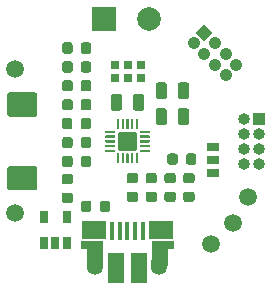
<source format=gbr>
G04 #@! TF.GenerationSoftware,KiCad,Pcbnew,(5.1.5-0)*
G04 #@! TF.CreationDate,2020-02-20T09:13:15+02:00*
G04 #@! TF.ProjectId,slice-harvester,736c6963-652d-4686-9172-766573746572,0.9*
G04 #@! TF.SameCoordinates,PX8f0d180PY5f5e100*
G04 #@! TF.FileFunction,Soldermask,Top*
G04 #@! TF.FilePolarity,Negative*
%FSLAX46Y46*%
G04 Gerber Fmt 4.6, Leading zero omitted, Abs format (unit mm)*
G04 Created by KiCad (PCBNEW (5.1.5-0)) date 2020-02-20 09:13:15*
%MOMM*%
%LPD*%
G04 APERTURE LIST*
%ADD10C,0.100000*%
%ADD11R,1.000000X1.000000*%
%ADD12O,1.000000X1.000000*%
%ADD13C,1.000000*%
%ADD14R,1.998980X1.998980*%
%ADD15C,1.998980*%
%ADD16R,0.650000X1.060000*%
%ADD17R,1.350000X2.000000*%
%ADD18R,1.825000X0.700000*%
%ADD19R,2.000000X1.500000*%
%ADD20R,0.400000X1.650000*%
%ADD21O,1.100000X1.500000*%
%ADD22O,1.350000X1.700000*%
%ADD23R,1.430000X2.500000*%
%ADD24C,1.500000*%
%ADD25R,0.800000X0.800000*%
%ADD26R,1.000000X0.800000*%
G04 APERTURE END LIST*
D10*
G36*
X598783Y823792D02*
G01*
X623129Y820181D01*
X647003Y814201D01*
X670177Y805909D01*
X692426Y795386D01*
X713537Y782733D01*
X733306Y768071D01*
X751542Y751542D01*
X768071Y733306D01*
X782733Y713537D01*
X795386Y692426D01*
X805909Y670177D01*
X814201Y647003D01*
X820181Y623129D01*
X823792Y598783D01*
X825000Y574200D01*
X825000Y-574200D01*
X823792Y-598783D01*
X820181Y-623129D01*
X814201Y-647003D01*
X805909Y-670177D01*
X795386Y-692426D01*
X782733Y-713537D01*
X768071Y-733306D01*
X751542Y-751542D01*
X733306Y-768071D01*
X713537Y-782733D01*
X692426Y-795386D01*
X670177Y-805909D01*
X647003Y-814201D01*
X623129Y-820181D01*
X598783Y-823792D01*
X574200Y-825000D01*
X-574200Y-825000D01*
X-598783Y-823792D01*
X-623129Y-820181D01*
X-647003Y-814201D01*
X-670177Y-805909D01*
X-692426Y-795386D01*
X-713537Y-782733D01*
X-733306Y-768071D01*
X-751542Y-751542D01*
X-768071Y-733306D01*
X-782733Y-713537D01*
X-795386Y-692426D01*
X-805909Y-670177D01*
X-814201Y-647003D01*
X-820181Y-623129D01*
X-823792Y-598783D01*
X-825000Y-574200D01*
X-825000Y574200D01*
X-823792Y598783D01*
X-820181Y623129D01*
X-814201Y647003D01*
X-805909Y670177D01*
X-795386Y692426D01*
X-782733Y713537D01*
X-768071Y733306D01*
X-751542Y751542D01*
X-733306Y768071D01*
X-713537Y782733D01*
X-692426Y795386D01*
X-670177Y805909D01*
X-647003Y814201D01*
X-623129Y820181D01*
X-598783Y823792D01*
X-574200Y825000D01*
X574200Y825000D01*
X598783Y823792D01*
G37*
G36*
X-1070099Y899759D02*
G01*
X-1065245Y899039D01*
X-1060486Y897847D01*
X-1055866Y896194D01*
X-1051430Y894096D01*
X-1047221Y891573D01*
X-1043280Y888651D01*
X-1039645Y885355D01*
X-1036349Y881720D01*
X-1033427Y877779D01*
X-1030904Y873570D01*
X-1028806Y869134D01*
X-1027153Y864514D01*
X-1025961Y859755D01*
X-1025241Y854901D01*
X-1025000Y850000D01*
X-1025000Y750000D01*
X-1025241Y745099D01*
X-1025961Y740245D01*
X-1027153Y735486D01*
X-1028806Y730866D01*
X-1030904Y726430D01*
X-1033427Y722221D01*
X-1036349Y718280D01*
X-1039645Y714645D01*
X-1043280Y711349D01*
X-1047221Y708427D01*
X-1051430Y705904D01*
X-1055866Y703806D01*
X-1060486Y702153D01*
X-1065245Y700961D01*
X-1070099Y700241D01*
X-1075000Y700000D01*
X-1825000Y700000D01*
X-1829901Y700241D01*
X-1834755Y700961D01*
X-1839514Y702153D01*
X-1844134Y703806D01*
X-1848570Y705904D01*
X-1852779Y708427D01*
X-1856720Y711349D01*
X-1860355Y714645D01*
X-1863651Y718280D01*
X-1866573Y722221D01*
X-1869096Y726430D01*
X-1871194Y730866D01*
X-1872847Y735486D01*
X-1874039Y740245D01*
X-1874759Y745099D01*
X-1875000Y750000D01*
X-1875000Y850000D01*
X-1874759Y854901D01*
X-1874039Y859755D01*
X-1872847Y864514D01*
X-1871194Y869134D01*
X-1869096Y873570D01*
X-1866573Y877779D01*
X-1863651Y881720D01*
X-1860355Y885355D01*
X-1856720Y888651D01*
X-1852779Y891573D01*
X-1848570Y894096D01*
X-1844134Y896194D01*
X-1839514Y897847D01*
X-1834755Y899039D01*
X-1829901Y899759D01*
X-1825000Y900000D01*
X-1075000Y900000D01*
X-1070099Y899759D01*
G37*
G36*
X-1070099Y499759D02*
G01*
X-1065245Y499039D01*
X-1060486Y497847D01*
X-1055866Y496194D01*
X-1051430Y494096D01*
X-1047221Y491573D01*
X-1043280Y488651D01*
X-1039645Y485355D01*
X-1036349Y481720D01*
X-1033427Y477779D01*
X-1030904Y473570D01*
X-1028806Y469134D01*
X-1027153Y464514D01*
X-1025961Y459755D01*
X-1025241Y454901D01*
X-1025000Y450000D01*
X-1025000Y350000D01*
X-1025241Y345099D01*
X-1025961Y340245D01*
X-1027153Y335486D01*
X-1028806Y330866D01*
X-1030904Y326430D01*
X-1033427Y322221D01*
X-1036349Y318280D01*
X-1039645Y314645D01*
X-1043280Y311349D01*
X-1047221Y308427D01*
X-1051430Y305904D01*
X-1055866Y303806D01*
X-1060486Y302153D01*
X-1065245Y300961D01*
X-1070099Y300241D01*
X-1075000Y300000D01*
X-1825000Y300000D01*
X-1829901Y300241D01*
X-1834755Y300961D01*
X-1839514Y302153D01*
X-1844134Y303806D01*
X-1848570Y305904D01*
X-1852779Y308427D01*
X-1856720Y311349D01*
X-1860355Y314645D01*
X-1863651Y318280D01*
X-1866573Y322221D01*
X-1869096Y326430D01*
X-1871194Y330866D01*
X-1872847Y335486D01*
X-1874039Y340245D01*
X-1874759Y345099D01*
X-1875000Y350000D01*
X-1875000Y450000D01*
X-1874759Y454901D01*
X-1874039Y459755D01*
X-1872847Y464514D01*
X-1871194Y469134D01*
X-1869096Y473570D01*
X-1866573Y477779D01*
X-1863651Y481720D01*
X-1860355Y485355D01*
X-1856720Y488651D01*
X-1852779Y491573D01*
X-1848570Y494096D01*
X-1844134Y496194D01*
X-1839514Y497847D01*
X-1834755Y499039D01*
X-1829901Y499759D01*
X-1825000Y500000D01*
X-1075000Y500000D01*
X-1070099Y499759D01*
G37*
G36*
X-1070099Y99759D02*
G01*
X-1065245Y99039D01*
X-1060486Y97847D01*
X-1055866Y96194D01*
X-1051430Y94096D01*
X-1047221Y91573D01*
X-1043280Y88651D01*
X-1039645Y85355D01*
X-1036349Y81720D01*
X-1033427Y77779D01*
X-1030904Y73570D01*
X-1028806Y69134D01*
X-1027153Y64514D01*
X-1025961Y59755D01*
X-1025241Y54901D01*
X-1025000Y50000D01*
X-1025000Y-50000D01*
X-1025241Y-54901D01*
X-1025961Y-59755D01*
X-1027153Y-64514D01*
X-1028806Y-69134D01*
X-1030904Y-73570D01*
X-1033427Y-77779D01*
X-1036349Y-81720D01*
X-1039645Y-85355D01*
X-1043280Y-88651D01*
X-1047221Y-91573D01*
X-1051430Y-94096D01*
X-1055866Y-96194D01*
X-1060486Y-97847D01*
X-1065245Y-99039D01*
X-1070099Y-99759D01*
X-1075000Y-100000D01*
X-1825000Y-100000D01*
X-1829901Y-99759D01*
X-1834755Y-99039D01*
X-1839514Y-97847D01*
X-1844134Y-96194D01*
X-1848570Y-94096D01*
X-1852779Y-91573D01*
X-1856720Y-88651D01*
X-1860355Y-85355D01*
X-1863651Y-81720D01*
X-1866573Y-77779D01*
X-1869096Y-73570D01*
X-1871194Y-69134D01*
X-1872847Y-64514D01*
X-1874039Y-59755D01*
X-1874759Y-54901D01*
X-1875000Y-50000D01*
X-1875000Y50000D01*
X-1874759Y54901D01*
X-1874039Y59755D01*
X-1872847Y64514D01*
X-1871194Y69134D01*
X-1869096Y73570D01*
X-1866573Y77779D01*
X-1863651Y81720D01*
X-1860355Y85355D01*
X-1856720Y88651D01*
X-1852779Y91573D01*
X-1848570Y94096D01*
X-1844134Y96194D01*
X-1839514Y97847D01*
X-1834755Y99039D01*
X-1829901Y99759D01*
X-1825000Y100000D01*
X-1075000Y100000D01*
X-1070099Y99759D01*
G37*
G36*
X-1070099Y-300241D02*
G01*
X-1065245Y-300961D01*
X-1060486Y-302153D01*
X-1055866Y-303806D01*
X-1051430Y-305904D01*
X-1047221Y-308427D01*
X-1043280Y-311349D01*
X-1039645Y-314645D01*
X-1036349Y-318280D01*
X-1033427Y-322221D01*
X-1030904Y-326430D01*
X-1028806Y-330866D01*
X-1027153Y-335486D01*
X-1025961Y-340245D01*
X-1025241Y-345099D01*
X-1025000Y-350000D01*
X-1025000Y-450000D01*
X-1025241Y-454901D01*
X-1025961Y-459755D01*
X-1027153Y-464514D01*
X-1028806Y-469134D01*
X-1030904Y-473570D01*
X-1033427Y-477779D01*
X-1036349Y-481720D01*
X-1039645Y-485355D01*
X-1043280Y-488651D01*
X-1047221Y-491573D01*
X-1051430Y-494096D01*
X-1055866Y-496194D01*
X-1060486Y-497847D01*
X-1065245Y-499039D01*
X-1070099Y-499759D01*
X-1075000Y-500000D01*
X-1825000Y-500000D01*
X-1829901Y-499759D01*
X-1834755Y-499039D01*
X-1839514Y-497847D01*
X-1844134Y-496194D01*
X-1848570Y-494096D01*
X-1852779Y-491573D01*
X-1856720Y-488651D01*
X-1860355Y-485355D01*
X-1863651Y-481720D01*
X-1866573Y-477779D01*
X-1869096Y-473570D01*
X-1871194Y-469134D01*
X-1872847Y-464514D01*
X-1874039Y-459755D01*
X-1874759Y-454901D01*
X-1875000Y-450000D01*
X-1875000Y-350000D01*
X-1874759Y-345099D01*
X-1874039Y-340245D01*
X-1872847Y-335486D01*
X-1871194Y-330866D01*
X-1869096Y-326430D01*
X-1866573Y-322221D01*
X-1863651Y-318280D01*
X-1860355Y-314645D01*
X-1856720Y-311349D01*
X-1852779Y-308427D01*
X-1848570Y-305904D01*
X-1844134Y-303806D01*
X-1839514Y-302153D01*
X-1834755Y-300961D01*
X-1829901Y-300241D01*
X-1825000Y-300000D01*
X-1075000Y-300000D01*
X-1070099Y-300241D01*
G37*
G36*
X-1070099Y-700241D02*
G01*
X-1065245Y-700961D01*
X-1060486Y-702153D01*
X-1055866Y-703806D01*
X-1051430Y-705904D01*
X-1047221Y-708427D01*
X-1043280Y-711349D01*
X-1039645Y-714645D01*
X-1036349Y-718280D01*
X-1033427Y-722221D01*
X-1030904Y-726430D01*
X-1028806Y-730866D01*
X-1027153Y-735486D01*
X-1025961Y-740245D01*
X-1025241Y-745099D01*
X-1025000Y-750000D01*
X-1025000Y-850000D01*
X-1025241Y-854901D01*
X-1025961Y-859755D01*
X-1027153Y-864514D01*
X-1028806Y-869134D01*
X-1030904Y-873570D01*
X-1033427Y-877779D01*
X-1036349Y-881720D01*
X-1039645Y-885355D01*
X-1043280Y-888651D01*
X-1047221Y-891573D01*
X-1051430Y-894096D01*
X-1055866Y-896194D01*
X-1060486Y-897847D01*
X-1065245Y-899039D01*
X-1070099Y-899759D01*
X-1075000Y-900000D01*
X-1825000Y-900000D01*
X-1829901Y-899759D01*
X-1834755Y-899039D01*
X-1839514Y-897847D01*
X-1844134Y-896194D01*
X-1848570Y-894096D01*
X-1852779Y-891573D01*
X-1856720Y-888651D01*
X-1860355Y-885355D01*
X-1863651Y-881720D01*
X-1866573Y-877779D01*
X-1869096Y-873570D01*
X-1871194Y-869134D01*
X-1872847Y-864514D01*
X-1874039Y-859755D01*
X-1874759Y-854901D01*
X-1875000Y-850000D01*
X-1875000Y-750000D01*
X-1874759Y-745099D01*
X-1874039Y-740245D01*
X-1872847Y-735486D01*
X-1871194Y-730866D01*
X-1869096Y-726430D01*
X-1866573Y-722221D01*
X-1863651Y-718280D01*
X-1860355Y-714645D01*
X-1856720Y-711349D01*
X-1852779Y-708427D01*
X-1848570Y-705904D01*
X-1844134Y-703806D01*
X-1839514Y-702153D01*
X-1834755Y-700961D01*
X-1829901Y-700241D01*
X-1825000Y-700000D01*
X-1075000Y-700000D01*
X-1070099Y-700241D01*
G37*
G36*
X-745099Y-1025241D02*
G01*
X-740245Y-1025961D01*
X-735486Y-1027153D01*
X-730866Y-1028806D01*
X-726430Y-1030904D01*
X-722221Y-1033427D01*
X-718280Y-1036349D01*
X-714645Y-1039645D01*
X-711349Y-1043280D01*
X-708427Y-1047221D01*
X-705904Y-1051430D01*
X-703806Y-1055866D01*
X-702153Y-1060486D01*
X-700961Y-1065245D01*
X-700241Y-1070099D01*
X-700000Y-1075000D01*
X-700000Y-1825000D01*
X-700241Y-1829901D01*
X-700961Y-1834755D01*
X-702153Y-1839514D01*
X-703806Y-1844134D01*
X-705904Y-1848570D01*
X-708427Y-1852779D01*
X-711349Y-1856720D01*
X-714645Y-1860355D01*
X-718280Y-1863651D01*
X-722221Y-1866573D01*
X-726430Y-1869096D01*
X-730866Y-1871194D01*
X-735486Y-1872847D01*
X-740245Y-1874039D01*
X-745099Y-1874759D01*
X-750000Y-1875000D01*
X-850000Y-1875000D01*
X-854901Y-1874759D01*
X-859755Y-1874039D01*
X-864514Y-1872847D01*
X-869134Y-1871194D01*
X-873570Y-1869096D01*
X-877779Y-1866573D01*
X-881720Y-1863651D01*
X-885355Y-1860355D01*
X-888651Y-1856720D01*
X-891573Y-1852779D01*
X-894096Y-1848570D01*
X-896194Y-1844134D01*
X-897847Y-1839514D01*
X-899039Y-1834755D01*
X-899759Y-1829901D01*
X-900000Y-1825000D01*
X-900000Y-1075000D01*
X-899759Y-1070099D01*
X-899039Y-1065245D01*
X-897847Y-1060486D01*
X-896194Y-1055866D01*
X-894096Y-1051430D01*
X-891573Y-1047221D01*
X-888651Y-1043280D01*
X-885355Y-1039645D01*
X-881720Y-1036349D01*
X-877779Y-1033427D01*
X-873570Y-1030904D01*
X-869134Y-1028806D01*
X-864514Y-1027153D01*
X-859755Y-1025961D01*
X-854901Y-1025241D01*
X-850000Y-1025000D01*
X-750000Y-1025000D01*
X-745099Y-1025241D01*
G37*
G36*
X-345099Y-1025241D02*
G01*
X-340245Y-1025961D01*
X-335486Y-1027153D01*
X-330866Y-1028806D01*
X-326430Y-1030904D01*
X-322221Y-1033427D01*
X-318280Y-1036349D01*
X-314645Y-1039645D01*
X-311349Y-1043280D01*
X-308427Y-1047221D01*
X-305904Y-1051430D01*
X-303806Y-1055866D01*
X-302153Y-1060486D01*
X-300961Y-1065245D01*
X-300241Y-1070099D01*
X-300000Y-1075000D01*
X-300000Y-1825000D01*
X-300241Y-1829901D01*
X-300961Y-1834755D01*
X-302153Y-1839514D01*
X-303806Y-1844134D01*
X-305904Y-1848570D01*
X-308427Y-1852779D01*
X-311349Y-1856720D01*
X-314645Y-1860355D01*
X-318280Y-1863651D01*
X-322221Y-1866573D01*
X-326430Y-1869096D01*
X-330866Y-1871194D01*
X-335486Y-1872847D01*
X-340245Y-1874039D01*
X-345099Y-1874759D01*
X-350000Y-1875000D01*
X-450000Y-1875000D01*
X-454901Y-1874759D01*
X-459755Y-1874039D01*
X-464514Y-1872847D01*
X-469134Y-1871194D01*
X-473570Y-1869096D01*
X-477779Y-1866573D01*
X-481720Y-1863651D01*
X-485355Y-1860355D01*
X-488651Y-1856720D01*
X-491573Y-1852779D01*
X-494096Y-1848570D01*
X-496194Y-1844134D01*
X-497847Y-1839514D01*
X-499039Y-1834755D01*
X-499759Y-1829901D01*
X-500000Y-1825000D01*
X-500000Y-1075000D01*
X-499759Y-1070099D01*
X-499039Y-1065245D01*
X-497847Y-1060486D01*
X-496194Y-1055866D01*
X-494096Y-1051430D01*
X-491573Y-1047221D01*
X-488651Y-1043280D01*
X-485355Y-1039645D01*
X-481720Y-1036349D01*
X-477779Y-1033427D01*
X-473570Y-1030904D01*
X-469134Y-1028806D01*
X-464514Y-1027153D01*
X-459755Y-1025961D01*
X-454901Y-1025241D01*
X-450000Y-1025000D01*
X-350000Y-1025000D01*
X-345099Y-1025241D01*
G37*
G36*
X54901Y-1025241D02*
G01*
X59755Y-1025961D01*
X64514Y-1027153D01*
X69134Y-1028806D01*
X73570Y-1030904D01*
X77779Y-1033427D01*
X81720Y-1036349D01*
X85355Y-1039645D01*
X88651Y-1043280D01*
X91573Y-1047221D01*
X94096Y-1051430D01*
X96194Y-1055866D01*
X97847Y-1060486D01*
X99039Y-1065245D01*
X99759Y-1070099D01*
X100000Y-1075000D01*
X100000Y-1825000D01*
X99759Y-1829901D01*
X99039Y-1834755D01*
X97847Y-1839514D01*
X96194Y-1844134D01*
X94096Y-1848570D01*
X91573Y-1852779D01*
X88651Y-1856720D01*
X85355Y-1860355D01*
X81720Y-1863651D01*
X77779Y-1866573D01*
X73570Y-1869096D01*
X69134Y-1871194D01*
X64514Y-1872847D01*
X59755Y-1874039D01*
X54901Y-1874759D01*
X50000Y-1875000D01*
X-50000Y-1875000D01*
X-54901Y-1874759D01*
X-59755Y-1874039D01*
X-64514Y-1872847D01*
X-69134Y-1871194D01*
X-73570Y-1869096D01*
X-77779Y-1866573D01*
X-81720Y-1863651D01*
X-85355Y-1860355D01*
X-88651Y-1856720D01*
X-91573Y-1852779D01*
X-94096Y-1848570D01*
X-96194Y-1844134D01*
X-97847Y-1839514D01*
X-99039Y-1834755D01*
X-99759Y-1829901D01*
X-100000Y-1825000D01*
X-100000Y-1075000D01*
X-99759Y-1070099D01*
X-99039Y-1065245D01*
X-97847Y-1060486D01*
X-96194Y-1055866D01*
X-94096Y-1051430D01*
X-91573Y-1047221D01*
X-88651Y-1043280D01*
X-85355Y-1039645D01*
X-81720Y-1036349D01*
X-77779Y-1033427D01*
X-73570Y-1030904D01*
X-69134Y-1028806D01*
X-64514Y-1027153D01*
X-59755Y-1025961D01*
X-54901Y-1025241D01*
X-50000Y-1025000D01*
X50000Y-1025000D01*
X54901Y-1025241D01*
G37*
G36*
X454901Y-1025241D02*
G01*
X459755Y-1025961D01*
X464514Y-1027153D01*
X469134Y-1028806D01*
X473570Y-1030904D01*
X477779Y-1033427D01*
X481720Y-1036349D01*
X485355Y-1039645D01*
X488651Y-1043280D01*
X491573Y-1047221D01*
X494096Y-1051430D01*
X496194Y-1055866D01*
X497847Y-1060486D01*
X499039Y-1065245D01*
X499759Y-1070099D01*
X500000Y-1075000D01*
X500000Y-1825000D01*
X499759Y-1829901D01*
X499039Y-1834755D01*
X497847Y-1839514D01*
X496194Y-1844134D01*
X494096Y-1848570D01*
X491573Y-1852779D01*
X488651Y-1856720D01*
X485355Y-1860355D01*
X481720Y-1863651D01*
X477779Y-1866573D01*
X473570Y-1869096D01*
X469134Y-1871194D01*
X464514Y-1872847D01*
X459755Y-1874039D01*
X454901Y-1874759D01*
X450000Y-1875000D01*
X350000Y-1875000D01*
X345099Y-1874759D01*
X340245Y-1874039D01*
X335486Y-1872847D01*
X330866Y-1871194D01*
X326430Y-1869096D01*
X322221Y-1866573D01*
X318280Y-1863651D01*
X314645Y-1860355D01*
X311349Y-1856720D01*
X308427Y-1852779D01*
X305904Y-1848570D01*
X303806Y-1844134D01*
X302153Y-1839514D01*
X300961Y-1834755D01*
X300241Y-1829901D01*
X300000Y-1825000D01*
X300000Y-1075000D01*
X300241Y-1070099D01*
X300961Y-1065245D01*
X302153Y-1060486D01*
X303806Y-1055866D01*
X305904Y-1051430D01*
X308427Y-1047221D01*
X311349Y-1043280D01*
X314645Y-1039645D01*
X318280Y-1036349D01*
X322221Y-1033427D01*
X326430Y-1030904D01*
X330866Y-1028806D01*
X335486Y-1027153D01*
X340245Y-1025961D01*
X345099Y-1025241D01*
X350000Y-1025000D01*
X450000Y-1025000D01*
X454901Y-1025241D01*
G37*
G36*
X854901Y-1025241D02*
G01*
X859755Y-1025961D01*
X864514Y-1027153D01*
X869134Y-1028806D01*
X873570Y-1030904D01*
X877779Y-1033427D01*
X881720Y-1036349D01*
X885355Y-1039645D01*
X888651Y-1043280D01*
X891573Y-1047221D01*
X894096Y-1051430D01*
X896194Y-1055866D01*
X897847Y-1060486D01*
X899039Y-1065245D01*
X899759Y-1070099D01*
X900000Y-1075000D01*
X900000Y-1825000D01*
X899759Y-1829901D01*
X899039Y-1834755D01*
X897847Y-1839514D01*
X896194Y-1844134D01*
X894096Y-1848570D01*
X891573Y-1852779D01*
X888651Y-1856720D01*
X885355Y-1860355D01*
X881720Y-1863651D01*
X877779Y-1866573D01*
X873570Y-1869096D01*
X869134Y-1871194D01*
X864514Y-1872847D01*
X859755Y-1874039D01*
X854901Y-1874759D01*
X850000Y-1875000D01*
X750000Y-1875000D01*
X745099Y-1874759D01*
X740245Y-1874039D01*
X735486Y-1872847D01*
X730866Y-1871194D01*
X726430Y-1869096D01*
X722221Y-1866573D01*
X718280Y-1863651D01*
X714645Y-1860355D01*
X711349Y-1856720D01*
X708427Y-1852779D01*
X705904Y-1848570D01*
X703806Y-1844134D01*
X702153Y-1839514D01*
X700961Y-1834755D01*
X700241Y-1829901D01*
X700000Y-1825000D01*
X700000Y-1075000D01*
X700241Y-1070099D01*
X700961Y-1065245D01*
X702153Y-1060486D01*
X703806Y-1055866D01*
X705904Y-1051430D01*
X708427Y-1047221D01*
X711349Y-1043280D01*
X714645Y-1039645D01*
X718280Y-1036349D01*
X722221Y-1033427D01*
X726430Y-1030904D01*
X730866Y-1028806D01*
X735486Y-1027153D01*
X740245Y-1025961D01*
X745099Y-1025241D01*
X750000Y-1025000D01*
X850000Y-1025000D01*
X854901Y-1025241D01*
G37*
G36*
X1829901Y-700241D02*
G01*
X1834755Y-700961D01*
X1839514Y-702153D01*
X1844134Y-703806D01*
X1848570Y-705904D01*
X1852779Y-708427D01*
X1856720Y-711349D01*
X1860355Y-714645D01*
X1863651Y-718280D01*
X1866573Y-722221D01*
X1869096Y-726430D01*
X1871194Y-730866D01*
X1872847Y-735486D01*
X1874039Y-740245D01*
X1874759Y-745099D01*
X1875000Y-750000D01*
X1875000Y-850000D01*
X1874759Y-854901D01*
X1874039Y-859755D01*
X1872847Y-864514D01*
X1871194Y-869134D01*
X1869096Y-873570D01*
X1866573Y-877779D01*
X1863651Y-881720D01*
X1860355Y-885355D01*
X1856720Y-888651D01*
X1852779Y-891573D01*
X1848570Y-894096D01*
X1844134Y-896194D01*
X1839514Y-897847D01*
X1834755Y-899039D01*
X1829901Y-899759D01*
X1825000Y-900000D01*
X1075000Y-900000D01*
X1070099Y-899759D01*
X1065245Y-899039D01*
X1060486Y-897847D01*
X1055866Y-896194D01*
X1051430Y-894096D01*
X1047221Y-891573D01*
X1043280Y-888651D01*
X1039645Y-885355D01*
X1036349Y-881720D01*
X1033427Y-877779D01*
X1030904Y-873570D01*
X1028806Y-869134D01*
X1027153Y-864514D01*
X1025961Y-859755D01*
X1025241Y-854901D01*
X1025000Y-850000D01*
X1025000Y-750000D01*
X1025241Y-745099D01*
X1025961Y-740245D01*
X1027153Y-735486D01*
X1028806Y-730866D01*
X1030904Y-726430D01*
X1033427Y-722221D01*
X1036349Y-718280D01*
X1039645Y-714645D01*
X1043280Y-711349D01*
X1047221Y-708427D01*
X1051430Y-705904D01*
X1055866Y-703806D01*
X1060486Y-702153D01*
X1065245Y-700961D01*
X1070099Y-700241D01*
X1075000Y-700000D01*
X1825000Y-700000D01*
X1829901Y-700241D01*
G37*
G36*
X1829901Y-300241D02*
G01*
X1834755Y-300961D01*
X1839514Y-302153D01*
X1844134Y-303806D01*
X1848570Y-305904D01*
X1852779Y-308427D01*
X1856720Y-311349D01*
X1860355Y-314645D01*
X1863651Y-318280D01*
X1866573Y-322221D01*
X1869096Y-326430D01*
X1871194Y-330866D01*
X1872847Y-335486D01*
X1874039Y-340245D01*
X1874759Y-345099D01*
X1875000Y-350000D01*
X1875000Y-450000D01*
X1874759Y-454901D01*
X1874039Y-459755D01*
X1872847Y-464514D01*
X1871194Y-469134D01*
X1869096Y-473570D01*
X1866573Y-477779D01*
X1863651Y-481720D01*
X1860355Y-485355D01*
X1856720Y-488651D01*
X1852779Y-491573D01*
X1848570Y-494096D01*
X1844134Y-496194D01*
X1839514Y-497847D01*
X1834755Y-499039D01*
X1829901Y-499759D01*
X1825000Y-500000D01*
X1075000Y-500000D01*
X1070099Y-499759D01*
X1065245Y-499039D01*
X1060486Y-497847D01*
X1055866Y-496194D01*
X1051430Y-494096D01*
X1047221Y-491573D01*
X1043280Y-488651D01*
X1039645Y-485355D01*
X1036349Y-481720D01*
X1033427Y-477779D01*
X1030904Y-473570D01*
X1028806Y-469134D01*
X1027153Y-464514D01*
X1025961Y-459755D01*
X1025241Y-454901D01*
X1025000Y-450000D01*
X1025000Y-350000D01*
X1025241Y-345099D01*
X1025961Y-340245D01*
X1027153Y-335486D01*
X1028806Y-330866D01*
X1030904Y-326430D01*
X1033427Y-322221D01*
X1036349Y-318280D01*
X1039645Y-314645D01*
X1043280Y-311349D01*
X1047221Y-308427D01*
X1051430Y-305904D01*
X1055866Y-303806D01*
X1060486Y-302153D01*
X1065245Y-300961D01*
X1070099Y-300241D01*
X1075000Y-300000D01*
X1825000Y-300000D01*
X1829901Y-300241D01*
G37*
G36*
X1829901Y99759D02*
G01*
X1834755Y99039D01*
X1839514Y97847D01*
X1844134Y96194D01*
X1848570Y94096D01*
X1852779Y91573D01*
X1856720Y88651D01*
X1860355Y85355D01*
X1863651Y81720D01*
X1866573Y77779D01*
X1869096Y73570D01*
X1871194Y69134D01*
X1872847Y64514D01*
X1874039Y59755D01*
X1874759Y54901D01*
X1875000Y50000D01*
X1875000Y-50000D01*
X1874759Y-54901D01*
X1874039Y-59755D01*
X1872847Y-64514D01*
X1871194Y-69134D01*
X1869096Y-73570D01*
X1866573Y-77779D01*
X1863651Y-81720D01*
X1860355Y-85355D01*
X1856720Y-88651D01*
X1852779Y-91573D01*
X1848570Y-94096D01*
X1844134Y-96194D01*
X1839514Y-97847D01*
X1834755Y-99039D01*
X1829901Y-99759D01*
X1825000Y-100000D01*
X1075000Y-100000D01*
X1070099Y-99759D01*
X1065245Y-99039D01*
X1060486Y-97847D01*
X1055866Y-96194D01*
X1051430Y-94096D01*
X1047221Y-91573D01*
X1043280Y-88651D01*
X1039645Y-85355D01*
X1036349Y-81720D01*
X1033427Y-77779D01*
X1030904Y-73570D01*
X1028806Y-69134D01*
X1027153Y-64514D01*
X1025961Y-59755D01*
X1025241Y-54901D01*
X1025000Y-50000D01*
X1025000Y50000D01*
X1025241Y54901D01*
X1025961Y59755D01*
X1027153Y64514D01*
X1028806Y69134D01*
X1030904Y73570D01*
X1033427Y77779D01*
X1036349Y81720D01*
X1039645Y85355D01*
X1043280Y88651D01*
X1047221Y91573D01*
X1051430Y94096D01*
X1055866Y96194D01*
X1060486Y97847D01*
X1065245Y99039D01*
X1070099Y99759D01*
X1075000Y100000D01*
X1825000Y100000D01*
X1829901Y99759D01*
G37*
G36*
X1829901Y499759D02*
G01*
X1834755Y499039D01*
X1839514Y497847D01*
X1844134Y496194D01*
X1848570Y494096D01*
X1852779Y491573D01*
X1856720Y488651D01*
X1860355Y485355D01*
X1863651Y481720D01*
X1866573Y477779D01*
X1869096Y473570D01*
X1871194Y469134D01*
X1872847Y464514D01*
X1874039Y459755D01*
X1874759Y454901D01*
X1875000Y450000D01*
X1875000Y350000D01*
X1874759Y345099D01*
X1874039Y340245D01*
X1872847Y335486D01*
X1871194Y330866D01*
X1869096Y326430D01*
X1866573Y322221D01*
X1863651Y318280D01*
X1860355Y314645D01*
X1856720Y311349D01*
X1852779Y308427D01*
X1848570Y305904D01*
X1844134Y303806D01*
X1839514Y302153D01*
X1834755Y300961D01*
X1829901Y300241D01*
X1825000Y300000D01*
X1075000Y300000D01*
X1070099Y300241D01*
X1065245Y300961D01*
X1060486Y302153D01*
X1055866Y303806D01*
X1051430Y305904D01*
X1047221Y308427D01*
X1043280Y311349D01*
X1039645Y314645D01*
X1036349Y318280D01*
X1033427Y322221D01*
X1030904Y326430D01*
X1028806Y330866D01*
X1027153Y335486D01*
X1025961Y340245D01*
X1025241Y345099D01*
X1025000Y350000D01*
X1025000Y450000D01*
X1025241Y454901D01*
X1025961Y459755D01*
X1027153Y464514D01*
X1028806Y469134D01*
X1030904Y473570D01*
X1033427Y477779D01*
X1036349Y481720D01*
X1039645Y485355D01*
X1043280Y488651D01*
X1047221Y491573D01*
X1051430Y494096D01*
X1055866Y496194D01*
X1060486Y497847D01*
X1065245Y499039D01*
X1070099Y499759D01*
X1075000Y500000D01*
X1825000Y500000D01*
X1829901Y499759D01*
G37*
G36*
X1829901Y899759D02*
G01*
X1834755Y899039D01*
X1839514Y897847D01*
X1844134Y896194D01*
X1848570Y894096D01*
X1852779Y891573D01*
X1856720Y888651D01*
X1860355Y885355D01*
X1863651Y881720D01*
X1866573Y877779D01*
X1869096Y873570D01*
X1871194Y869134D01*
X1872847Y864514D01*
X1874039Y859755D01*
X1874759Y854901D01*
X1875000Y850000D01*
X1875000Y750000D01*
X1874759Y745099D01*
X1874039Y740245D01*
X1872847Y735486D01*
X1871194Y730866D01*
X1869096Y726430D01*
X1866573Y722221D01*
X1863651Y718280D01*
X1860355Y714645D01*
X1856720Y711349D01*
X1852779Y708427D01*
X1848570Y705904D01*
X1844134Y703806D01*
X1839514Y702153D01*
X1834755Y700961D01*
X1829901Y700241D01*
X1825000Y700000D01*
X1075000Y700000D01*
X1070099Y700241D01*
X1065245Y700961D01*
X1060486Y702153D01*
X1055866Y703806D01*
X1051430Y705904D01*
X1047221Y708427D01*
X1043280Y711349D01*
X1039645Y714645D01*
X1036349Y718280D01*
X1033427Y722221D01*
X1030904Y726430D01*
X1028806Y730866D01*
X1027153Y735486D01*
X1025961Y740245D01*
X1025241Y745099D01*
X1025000Y750000D01*
X1025000Y850000D01*
X1025241Y854901D01*
X1025961Y859755D01*
X1027153Y864514D01*
X1028806Y869134D01*
X1030904Y873570D01*
X1033427Y877779D01*
X1036349Y881720D01*
X1039645Y885355D01*
X1043280Y888651D01*
X1047221Y891573D01*
X1051430Y894096D01*
X1055866Y896194D01*
X1060486Y897847D01*
X1065245Y899039D01*
X1070099Y899759D01*
X1075000Y900000D01*
X1825000Y900000D01*
X1829901Y899759D01*
G37*
G36*
X854901Y1874759D02*
G01*
X859755Y1874039D01*
X864514Y1872847D01*
X869134Y1871194D01*
X873570Y1869096D01*
X877779Y1866573D01*
X881720Y1863651D01*
X885355Y1860355D01*
X888651Y1856720D01*
X891573Y1852779D01*
X894096Y1848570D01*
X896194Y1844134D01*
X897847Y1839514D01*
X899039Y1834755D01*
X899759Y1829901D01*
X900000Y1825000D01*
X900000Y1075000D01*
X899759Y1070099D01*
X899039Y1065245D01*
X897847Y1060486D01*
X896194Y1055866D01*
X894096Y1051430D01*
X891573Y1047221D01*
X888651Y1043280D01*
X885355Y1039645D01*
X881720Y1036349D01*
X877779Y1033427D01*
X873570Y1030904D01*
X869134Y1028806D01*
X864514Y1027153D01*
X859755Y1025961D01*
X854901Y1025241D01*
X850000Y1025000D01*
X750000Y1025000D01*
X745099Y1025241D01*
X740245Y1025961D01*
X735486Y1027153D01*
X730866Y1028806D01*
X726430Y1030904D01*
X722221Y1033427D01*
X718280Y1036349D01*
X714645Y1039645D01*
X711349Y1043280D01*
X708427Y1047221D01*
X705904Y1051430D01*
X703806Y1055866D01*
X702153Y1060486D01*
X700961Y1065245D01*
X700241Y1070099D01*
X700000Y1075000D01*
X700000Y1825000D01*
X700241Y1829901D01*
X700961Y1834755D01*
X702153Y1839514D01*
X703806Y1844134D01*
X705904Y1848570D01*
X708427Y1852779D01*
X711349Y1856720D01*
X714645Y1860355D01*
X718280Y1863651D01*
X722221Y1866573D01*
X726430Y1869096D01*
X730866Y1871194D01*
X735486Y1872847D01*
X740245Y1874039D01*
X745099Y1874759D01*
X750000Y1875000D01*
X850000Y1875000D01*
X854901Y1874759D01*
G37*
G36*
X454901Y1874759D02*
G01*
X459755Y1874039D01*
X464514Y1872847D01*
X469134Y1871194D01*
X473570Y1869096D01*
X477779Y1866573D01*
X481720Y1863651D01*
X485355Y1860355D01*
X488651Y1856720D01*
X491573Y1852779D01*
X494096Y1848570D01*
X496194Y1844134D01*
X497847Y1839514D01*
X499039Y1834755D01*
X499759Y1829901D01*
X500000Y1825000D01*
X500000Y1075000D01*
X499759Y1070099D01*
X499039Y1065245D01*
X497847Y1060486D01*
X496194Y1055866D01*
X494096Y1051430D01*
X491573Y1047221D01*
X488651Y1043280D01*
X485355Y1039645D01*
X481720Y1036349D01*
X477779Y1033427D01*
X473570Y1030904D01*
X469134Y1028806D01*
X464514Y1027153D01*
X459755Y1025961D01*
X454901Y1025241D01*
X450000Y1025000D01*
X350000Y1025000D01*
X345099Y1025241D01*
X340245Y1025961D01*
X335486Y1027153D01*
X330866Y1028806D01*
X326430Y1030904D01*
X322221Y1033427D01*
X318280Y1036349D01*
X314645Y1039645D01*
X311349Y1043280D01*
X308427Y1047221D01*
X305904Y1051430D01*
X303806Y1055866D01*
X302153Y1060486D01*
X300961Y1065245D01*
X300241Y1070099D01*
X300000Y1075000D01*
X300000Y1825000D01*
X300241Y1829901D01*
X300961Y1834755D01*
X302153Y1839514D01*
X303806Y1844134D01*
X305904Y1848570D01*
X308427Y1852779D01*
X311349Y1856720D01*
X314645Y1860355D01*
X318280Y1863651D01*
X322221Y1866573D01*
X326430Y1869096D01*
X330866Y1871194D01*
X335486Y1872847D01*
X340245Y1874039D01*
X345099Y1874759D01*
X350000Y1875000D01*
X450000Y1875000D01*
X454901Y1874759D01*
G37*
G36*
X54901Y1874759D02*
G01*
X59755Y1874039D01*
X64514Y1872847D01*
X69134Y1871194D01*
X73570Y1869096D01*
X77779Y1866573D01*
X81720Y1863651D01*
X85355Y1860355D01*
X88651Y1856720D01*
X91573Y1852779D01*
X94096Y1848570D01*
X96194Y1844134D01*
X97847Y1839514D01*
X99039Y1834755D01*
X99759Y1829901D01*
X100000Y1825000D01*
X100000Y1075000D01*
X99759Y1070099D01*
X99039Y1065245D01*
X97847Y1060486D01*
X96194Y1055866D01*
X94096Y1051430D01*
X91573Y1047221D01*
X88651Y1043280D01*
X85355Y1039645D01*
X81720Y1036349D01*
X77779Y1033427D01*
X73570Y1030904D01*
X69134Y1028806D01*
X64514Y1027153D01*
X59755Y1025961D01*
X54901Y1025241D01*
X50000Y1025000D01*
X-50000Y1025000D01*
X-54901Y1025241D01*
X-59755Y1025961D01*
X-64514Y1027153D01*
X-69134Y1028806D01*
X-73570Y1030904D01*
X-77779Y1033427D01*
X-81720Y1036349D01*
X-85355Y1039645D01*
X-88651Y1043280D01*
X-91573Y1047221D01*
X-94096Y1051430D01*
X-96194Y1055866D01*
X-97847Y1060486D01*
X-99039Y1065245D01*
X-99759Y1070099D01*
X-100000Y1075000D01*
X-100000Y1825000D01*
X-99759Y1829901D01*
X-99039Y1834755D01*
X-97847Y1839514D01*
X-96194Y1844134D01*
X-94096Y1848570D01*
X-91573Y1852779D01*
X-88651Y1856720D01*
X-85355Y1860355D01*
X-81720Y1863651D01*
X-77779Y1866573D01*
X-73570Y1869096D01*
X-69134Y1871194D01*
X-64514Y1872847D01*
X-59755Y1874039D01*
X-54901Y1874759D01*
X-50000Y1875000D01*
X50000Y1875000D01*
X54901Y1874759D01*
G37*
G36*
X-345099Y1874759D02*
G01*
X-340245Y1874039D01*
X-335486Y1872847D01*
X-330866Y1871194D01*
X-326430Y1869096D01*
X-322221Y1866573D01*
X-318280Y1863651D01*
X-314645Y1860355D01*
X-311349Y1856720D01*
X-308427Y1852779D01*
X-305904Y1848570D01*
X-303806Y1844134D01*
X-302153Y1839514D01*
X-300961Y1834755D01*
X-300241Y1829901D01*
X-300000Y1825000D01*
X-300000Y1075000D01*
X-300241Y1070099D01*
X-300961Y1065245D01*
X-302153Y1060486D01*
X-303806Y1055866D01*
X-305904Y1051430D01*
X-308427Y1047221D01*
X-311349Y1043280D01*
X-314645Y1039645D01*
X-318280Y1036349D01*
X-322221Y1033427D01*
X-326430Y1030904D01*
X-330866Y1028806D01*
X-335486Y1027153D01*
X-340245Y1025961D01*
X-345099Y1025241D01*
X-350000Y1025000D01*
X-450000Y1025000D01*
X-454901Y1025241D01*
X-459755Y1025961D01*
X-464514Y1027153D01*
X-469134Y1028806D01*
X-473570Y1030904D01*
X-477779Y1033427D01*
X-481720Y1036349D01*
X-485355Y1039645D01*
X-488651Y1043280D01*
X-491573Y1047221D01*
X-494096Y1051430D01*
X-496194Y1055866D01*
X-497847Y1060486D01*
X-499039Y1065245D01*
X-499759Y1070099D01*
X-500000Y1075000D01*
X-500000Y1825000D01*
X-499759Y1829901D01*
X-499039Y1834755D01*
X-497847Y1839514D01*
X-496194Y1844134D01*
X-494096Y1848570D01*
X-491573Y1852779D01*
X-488651Y1856720D01*
X-485355Y1860355D01*
X-481720Y1863651D01*
X-477779Y1866573D01*
X-473570Y1869096D01*
X-469134Y1871194D01*
X-464514Y1872847D01*
X-459755Y1874039D01*
X-454901Y1874759D01*
X-450000Y1875000D01*
X-350000Y1875000D01*
X-345099Y1874759D01*
G37*
G36*
X-745099Y1874759D02*
G01*
X-740245Y1874039D01*
X-735486Y1872847D01*
X-730866Y1871194D01*
X-726430Y1869096D01*
X-722221Y1866573D01*
X-718280Y1863651D01*
X-714645Y1860355D01*
X-711349Y1856720D01*
X-708427Y1852779D01*
X-705904Y1848570D01*
X-703806Y1844134D01*
X-702153Y1839514D01*
X-700961Y1834755D01*
X-700241Y1829901D01*
X-700000Y1825000D01*
X-700000Y1075000D01*
X-700241Y1070099D01*
X-700961Y1065245D01*
X-702153Y1060486D01*
X-703806Y1055866D01*
X-705904Y1051430D01*
X-708427Y1047221D01*
X-711349Y1043280D01*
X-714645Y1039645D01*
X-718280Y1036349D01*
X-722221Y1033427D01*
X-726430Y1030904D01*
X-730866Y1028806D01*
X-735486Y1027153D01*
X-740245Y1025961D01*
X-745099Y1025241D01*
X-750000Y1025000D01*
X-850000Y1025000D01*
X-854901Y1025241D01*
X-859755Y1025961D01*
X-864514Y1027153D01*
X-869134Y1028806D01*
X-873570Y1030904D01*
X-877779Y1033427D01*
X-881720Y1036349D01*
X-885355Y1039645D01*
X-888651Y1043280D01*
X-891573Y1047221D01*
X-894096Y1051430D01*
X-896194Y1055866D01*
X-897847Y1060486D01*
X-899039Y1065245D01*
X-899759Y1070099D01*
X-900000Y1075000D01*
X-900000Y1825000D01*
X-899759Y1829901D01*
X-899039Y1834755D01*
X-897847Y1839514D01*
X-896194Y1844134D01*
X-894096Y1848570D01*
X-891573Y1852779D01*
X-888651Y1856720D01*
X-885355Y1860355D01*
X-881720Y1863651D01*
X-877779Y1866573D01*
X-873570Y1869096D01*
X-869134Y1871194D01*
X-864514Y1872847D01*
X-859755Y1874039D01*
X-854901Y1874759D01*
X-850000Y1875000D01*
X-750000Y1875000D01*
X-745099Y1874759D01*
G37*
G36*
X-4847309Y6773947D02*
G01*
X-4826074Y6770797D01*
X-4805250Y6765581D01*
X-4785038Y6758349D01*
X-4765632Y6749170D01*
X-4747219Y6738134D01*
X-4729976Y6725346D01*
X-4714070Y6710930D01*
X-4699654Y6695024D01*
X-4686866Y6677781D01*
X-4675830Y6659368D01*
X-4666651Y6639962D01*
X-4659419Y6619750D01*
X-4654203Y6598926D01*
X-4651053Y6577691D01*
X-4650000Y6556250D01*
X-4650000Y6043750D01*
X-4651053Y6022309D01*
X-4654203Y6001074D01*
X-4659419Y5980250D01*
X-4666651Y5960038D01*
X-4675830Y5940632D01*
X-4686866Y5922219D01*
X-4699654Y5904976D01*
X-4714070Y5889070D01*
X-4729976Y5874654D01*
X-4747219Y5861866D01*
X-4765632Y5850830D01*
X-4785038Y5841651D01*
X-4805250Y5834419D01*
X-4826074Y5829203D01*
X-4847309Y5826053D01*
X-4868750Y5825000D01*
X-5306250Y5825000D01*
X-5327691Y5826053D01*
X-5348926Y5829203D01*
X-5369750Y5834419D01*
X-5389962Y5841651D01*
X-5409368Y5850830D01*
X-5427781Y5861866D01*
X-5445024Y5874654D01*
X-5460930Y5889070D01*
X-5475346Y5904976D01*
X-5488134Y5922219D01*
X-5499170Y5940632D01*
X-5508349Y5960038D01*
X-5515581Y5980250D01*
X-5520797Y6001074D01*
X-5523947Y6022309D01*
X-5525000Y6043750D01*
X-5525000Y6556250D01*
X-5523947Y6577691D01*
X-5520797Y6598926D01*
X-5515581Y6619750D01*
X-5508349Y6639962D01*
X-5499170Y6659368D01*
X-5488134Y6677781D01*
X-5475346Y6695024D01*
X-5460930Y6710930D01*
X-5445024Y6725346D01*
X-5427781Y6738134D01*
X-5409368Y6749170D01*
X-5389962Y6758349D01*
X-5369750Y6765581D01*
X-5348926Y6770797D01*
X-5327691Y6773947D01*
X-5306250Y6775000D01*
X-4868750Y6775000D01*
X-4847309Y6773947D01*
G37*
G36*
X-3272309Y6773947D02*
G01*
X-3251074Y6770797D01*
X-3230250Y6765581D01*
X-3210038Y6758349D01*
X-3190632Y6749170D01*
X-3172219Y6738134D01*
X-3154976Y6725346D01*
X-3139070Y6710930D01*
X-3124654Y6695024D01*
X-3111866Y6677781D01*
X-3100830Y6659368D01*
X-3091651Y6639962D01*
X-3084419Y6619750D01*
X-3079203Y6598926D01*
X-3076053Y6577691D01*
X-3075000Y6556250D01*
X-3075000Y6043750D01*
X-3076053Y6022309D01*
X-3079203Y6001074D01*
X-3084419Y5980250D01*
X-3091651Y5960038D01*
X-3100830Y5940632D01*
X-3111866Y5922219D01*
X-3124654Y5904976D01*
X-3139070Y5889070D01*
X-3154976Y5874654D01*
X-3172219Y5861866D01*
X-3190632Y5850830D01*
X-3210038Y5841651D01*
X-3230250Y5834419D01*
X-3251074Y5829203D01*
X-3272309Y5826053D01*
X-3293750Y5825000D01*
X-3731250Y5825000D01*
X-3752691Y5826053D01*
X-3773926Y5829203D01*
X-3794750Y5834419D01*
X-3814962Y5841651D01*
X-3834368Y5850830D01*
X-3852781Y5861866D01*
X-3870024Y5874654D01*
X-3885930Y5889070D01*
X-3900346Y5904976D01*
X-3913134Y5922219D01*
X-3924170Y5940632D01*
X-3933349Y5960038D01*
X-3940581Y5980250D01*
X-3945797Y6001074D01*
X-3948947Y6022309D01*
X-3950000Y6043750D01*
X-3950000Y6556250D01*
X-3948947Y6577691D01*
X-3945797Y6598926D01*
X-3940581Y6619750D01*
X-3933349Y6639962D01*
X-3924170Y6659368D01*
X-3913134Y6677781D01*
X-3900346Y6695024D01*
X-3885930Y6710930D01*
X-3870024Y6725346D01*
X-3852781Y6738134D01*
X-3834368Y6749170D01*
X-3814962Y6758349D01*
X-3794750Y6765581D01*
X-3773926Y6770797D01*
X-3752691Y6773947D01*
X-3731250Y6775000D01*
X-3293750Y6775000D01*
X-3272309Y6773947D01*
G37*
G36*
X-3272309Y373947D02*
G01*
X-3251074Y370797D01*
X-3230250Y365581D01*
X-3210038Y358349D01*
X-3190632Y349170D01*
X-3172219Y338134D01*
X-3154976Y325346D01*
X-3139070Y310930D01*
X-3124654Y295024D01*
X-3111866Y277781D01*
X-3100830Y259368D01*
X-3091651Y239962D01*
X-3084419Y219750D01*
X-3079203Y198926D01*
X-3076053Y177691D01*
X-3075000Y156250D01*
X-3075000Y-356250D01*
X-3076053Y-377691D01*
X-3079203Y-398926D01*
X-3084419Y-419750D01*
X-3091651Y-439962D01*
X-3100830Y-459368D01*
X-3111866Y-477781D01*
X-3124654Y-495024D01*
X-3139070Y-510930D01*
X-3154976Y-525346D01*
X-3172219Y-538134D01*
X-3190632Y-549170D01*
X-3210038Y-558349D01*
X-3230250Y-565581D01*
X-3251074Y-570797D01*
X-3272309Y-573947D01*
X-3293750Y-575000D01*
X-3731250Y-575000D01*
X-3752691Y-573947D01*
X-3773926Y-570797D01*
X-3794750Y-565581D01*
X-3814962Y-558349D01*
X-3834368Y-549170D01*
X-3852781Y-538134D01*
X-3870024Y-525346D01*
X-3885930Y-510930D01*
X-3900346Y-495024D01*
X-3913134Y-477781D01*
X-3924170Y-459368D01*
X-3933349Y-439962D01*
X-3940581Y-419750D01*
X-3945797Y-398926D01*
X-3948947Y-377691D01*
X-3950000Y-356250D01*
X-3950000Y156250D01*
X-3948947Y177691D01*
X-3945797Y198926D01*
X-3940581Y219750D01*
X-3933349Y239962D01*
X-3924170Y259368D01*
X-3913134Y277781D01*
X-3900346Y295024D01*
X-3885930Y310930D01*
X-3870024Y325346D01*
X-3852781Y338134D01*
X-3834368Y349170D01*
X-3814962Y358349D01*
X-3794750Y365581D01*
X-3773926Y370797D01*
X-3752691Y373947D01*
X-3731250Y375000D01*
X-3293750Y375000D01*
X-3272309Y373947D01*
G37*
G36*
X-4847309Y373947D02*
G01*
X-4826074Y370797D01*
X-4805250Y365581D01*
X-4785038Y358349D01*
X-4765632Y349170D01*
X-4747219Y338134D01*
X-4729976Y325346D01*
X-4714070Y310930D01*
X-4699654Y295024D01*
X-4686866Y277781D01*
X-4675830Y259368D01*
X-4666651Y239962D01*
X-4659419Y219750D01*
X-4654203Y198926D01*
X-4651053Y177691D01*
X-4650000Y156250D01*
X-4650000Y-356250D01*
X-4651053Y-377691D01*
X-4654203Y-398926D01*
X-4659419Y-419750D01*
X-4666651Y-439962D01*
X-4675830Y-459368D01*
X-4686866Y-477781D01*
X-4699654Y-495024D01*
X-4714070Y-510930D01*
X-4729976Y-525346D01*
X-4747219Y-538134D01*
X-4765632Y-549170D01*
X-4785038Y-558349D01*
X-4805250Y-565581D01*
X-4826074Y-570797D01*
X-4847309Y-573947D01*
X-4868750Y-575000D01*
X-5306250Y-575000D01*
X-5327691Y-573947D01*
X-5348926Y-570797D01*
X-5369750Y-565581D01*
X-5389962Y-558349D01*
X-5409368Y-549170D01*
X-5427781Y-538134D01*
X-5445024Y-525346D01*
X-5460930Y-510930D01*
X-5475346Y-495024D01*
X-5488134Y-477781D01*
X-5499170Y-459368D01*
X-5508349Y-439962D01*
X-5515581Y-419750D01*
X-5520797Y-398926D01*
X-5523947Y-377691D01*
X-5525000Y-356250D01*
X-5525000Y156250D01*
X-5523947Y177691D01*
X-5520797Y198926D01*
X-5515581Y219750D01*
X-5508349Y239962D01*
X-5499170Y259368D01*
X-5488134Y277781D01*
X-5475346Y295024D01*
X-5460930Y310930D01*
X-5445024Y325346D01*
X-5427781Y338134D01*
X-5409368Y349170D01*
X-5389962Y358349D01*
X-5369750Y365581D01*
X-5348926Y370797D01*
X-5327691Y373947D01*
X-5306250Y375000D01*
X-4868750Y375000D01*
X-4847309Y373947D01*
G37*
G36*
X3130142Y4998826D02*
G01*
X3153803Y4995316D01*
X3177007Y4989504D01*
X3199529Y4981446D01*
X3221153Y4971218D01*
X3241670Y4958921D01*
X3260883Y4944671D01*
X3278607Y4928607D01*
X3294671Y4910883D01*
X3308921Y4891670D01*
X3321218Y4871153D01*
X3331446Y4849529D01*
X3339504Y4827007D01*
X3345316Y4803803D01*
X3348826Y4780142D01*
X3350000Y4756250D01*
X3350000Y3843750D01*
X3348826Y3819858D01*
X3345316Y3796197D01*
X3339504Y3772993D01*
X3331446Y3750471D01*
X3321218Y3728847D01*
X3308921Y3708330D01*
X3294671Y3689117D01*
X3278607Y3671393D01*
X3260883Y3655329D01*
X3241670Y3641079D01*
X3221153Y3628782D01*
X3199529Y3618554D01*
X3177007Y3610496D01*
X3153803Y3604684D01*
X3130142Y3601174D01*
X3106250Y3600000D01*
X2618750Y3600000D01*
X2594858Y3601174D01*
X2571197Y3604684D01*
X2547993Y3610496D01*
X2525471Y3618554D01*
X2503847Y3628782D01*
X2483330Y3641079D01*
X2464117Y3655329D01*
X2446393Y3671393D01*
X2430329Y3689117D01*
X2416079Y3708330D01*
X2403782Y3728847D01*
X2393554Y3750471D01*
X2385496Y3772993D01*
X2379684Y3796197D01*
X2376174Y3819858D01*
X2375000Y3843750D01*
X2375000Y4756250D01*
X2376174Y4780142D01*
X2379684Y4803803D01*
X2385496Y4827007D01*
X2393554Y4849529D01*
X2403782Y4871153D01*
X2416079Y4891670D01*
X2430329Y4910883D01*
X2446393Y4928607D01*
X2464117Y4944671D01*
X2483330Y4958921D01*
X2503847Y4971218D01*
X2525471Y4981446D01*
X2547993Y4989504D01*
X2571197Y4995316D01*
X2594858Y4998826D01*
X2618750Y5000000D01*
X3106250Y5000000D01*
X3130142Y4998826D01*
G37*
G36*
X5005142Y4998826D02*
G01*
X5028803Y4995316D01*
X5052007Y4989504D01*
X5074529Y4981446D01*
X5096153Y4971218D01*
X5116670Y4958921D01*
X5135883Y4944671D01*
X5153607Y4928607D01*
X5169671Y4910883D01*
X5183921Y4891670D01*
X5196218Y4871153D01*
X5206446Y4849529D01*
X5214504Y4827007D01*
X5220316Y4803803D01*
X5223826Y4780142D01*
X5225000Y4756250D01*
X5225000Y3843750D01*
X5223826Y3819858D01*
X5220316Y3796197D01*
X5214504Y3772993D01*
X5206446Y3750471D01*
X5196218Y3728847D01*
X5183921Y3708330D01*
X5169671Y3689117D01*
X5153607Y3671393D01*
X5135883Y3655329D01*
X5116670Y3641079D01*
X5096153Y3628782D01*
X5074529Y3618554D01*
X5052007Y3610496D01*
X5028803Y3604684D01*
X5005142Y3601174D01*
X4981250Y3600000D01*
X4493750Y3600000D01*
X4469858Y3601174D01*
X4446197Y3604684D01*
X4422993Y3610496D01*
X4400471Y3618554D01*
X4378847Y3628782D01*
X4358330Y3641079D01*
X4339117Y3655329D01*
X4321393Y3671393D01*
X4305329Y3689117D01*
X4291079Y3708330D01*
X4278782Y3728847D01*
X4268554Y3750471D01*
X4260496Y3772993D01*
X4254684Y3796197D01*
X4251174Y3819858D01*
X4250000Y3843750D01*
X4250000Y4756250D01*
X4251174Y4780142D01*
X4254684Y4803803D01*
X4260496Y4827007D01*
X4268554Y4849529D01*
X4278782Y4871153D01*
X4291079Y4891670D01*
X4305329Y4910883D01*
X4321393Y4928607D01*
X4339117Y4944671D01*
X4358330Y4958921D01*
X4378847Y4971218D01*
X4400471Y4981446D01*
X4422993Y4989504D01*
X4446197Y4995316D01*
X4469858Y4998826D01*
X4493750Y5000000D01*
X4981250Y5000000D01*
X5005142Y4998826D01*
G37*
G36*
X5005142Y2798826D02*
G01*
X5028803Y2795316D01*
X5052007Y2789504D01*
X5074529Y2781446D01*
X5096153Y2771218D01*
X5116670Y2758921D01*
X5135883Y2744671D01*
X5153607Y2728607D01*
X5169671Y2710883D01*
X5183921Y2691670D01*
X5196218Y2671153D01*
X5206446Y2649529D01*
X5214504Y2627007D01*
X5220316Y2603803D01*
X5223826Y2580142D01*
X5225000Y2556250D01*
X5225000Y1643750D01*
X5223826Y1619858D01*
X5220316Y1596197D01*
X5214504Y1572993D01*
X5206446Y1550471D01*
X5196218Y1528847D01*
X5183921Y1508330D01*
X5169671Y1489117D01*
X5153607Y1471393D01*
X5135883Y1455329D01*
X5116670Y1441079D01*
X5096153Y1428782D01*
X5074529Y1418554D01*
X5052007Y1410496D01*
X5028803Y1404684D01*
X5005142Y1401174D01*
X4981250Y1400000D01*
X4493750Y1400000D01*
X4469858Y1401174D01*
X4446197Y1404684D01*
X4422993Y1410496D01*
X4400471Y1418554D01*
X4378847Y1428782D01*
X4358330Y1441079D01*
X4339117Y1455329D01*
X4321393Y1471393D01*
X4305329Y1489117D01*
X4291079Y1508330D01*
X4278782Y1528847D01*
X4268554Y1550471D01*
X4260496Y1572993D01*
X4254684Y1596197D01*
X4251174Y1619858D01*
X4250000Y1643750D01*
X4250000Y2556250D01*
X4251174Y2580142D01*
X4254684Y2603803D01*
X4260496Y2627007D01*
X4268554Y2649529D01*
X4278782Y2671153D01*
X4291079Y2691670D01*
X4305329Y2710883D01*
X4321393Y2728607D01*
X4339117Y2744671D01*
X4358330Y2758921D01*
X4378847Y2771218D01*
X4400471Y2781446D01*
X4422993Y2789504D01*
X4446197Y2795316D01*
X4469858Y2798826D01*
X4493750Y2800000D01*
X4981250Y2800000D01*
X5005142Y2798826D01*
G37*
G36*
X3130142Y2798826D02*
G01*
X3153803Y2795316D01*
X3177007Y2789504D01*
X3199529Y2781446D01*
X3221153Y2771218D01*
X3241670Y2758921D01*
X3260883Y2744671D01*
X3278607Y2728607D01*
X3294671Y2710883D01*
X3308921Y2691670D01*
X3321218Y2671153D01*
X3331446Y2649529D01*
X3339504Y2627007D01*
X3345316Y2603803D01*
X3348826Y2580142D01*
X3350000Y2556250D01*
X3350000Y1643750D01*
X3348826Y1619858D01*
X3345316Y1596197D01*
X3339504Y1572993D01*
X3331446Y1550471D01*
X3321218Y1528847D01*
X3308921Y1508330D01*
X3294671Y1489117D01*
X3278607Y1471393D01*
X3260883Y1455329D01*
X3241670Y1441079D01*
X3221153Y1428782D01*
X3199529Y1418554D01*
X3177007Y1410496D01*
X3153803Y1404684D01*
X3130142Y1401174D01*
X3106250Y1400000D01*
X2618750Y1400000D01*
X2594858Y1401174D01*
X2571197Y1404684D01*
X2547993Y1410496D01*
X2525471Y1418554D01*
X2503847Y1428782D01*
X2483330Y1441079D01*
X2464117Y1455329D01*
X2446393Y1471393D01*
X2430329Y1489117D01*
X2416079Y1508330D01*
X2403782Y1528847D01*
X2393554Y1550471D01*
X2385496Y1572993D01*
X2379684Y1596197D01*
X2376174Y1619858D01*
X2375000Y1643750D01*
X2375000Y2556250D01*
X2376174Y2580142D01*
X2379684Y2603803D01*
X2385496Y2627007D01*
X2393554Y2649529D01*
X2403782Y2671153D01*
X2416079Y2691670D01*
X2430329Y2710883D01*
X2446393Y2728607D01*
X2464117Y2744671D01*
X2483330Y2758921D01*
X2503847Y2771218D01*
X2525471Y2781446D01*
X2547993Y2789504D01*
X2571197Y2795316D01*
X2594858Y2798826D01*
X2618750Y2800000D01*
X3106250Y2800000D01*
X3130142Y2798826D01*
G37*
G36*
X5627691Y-1026053D02*
G01*
X5648926Y-1029203D01*
X5669750Y-1034419D01*
X5689962Y-1041651D01*
X5709368Y-1050830D01*
X5727781Y-1061866D01*
X5745024Y-1074654D01*
X5760930Y-1089070D01*
X5775346Y-1104976D01*
X5788134Y-1122219D01*
X5799170Y-1140632D01*
X5808349Y-1160038D01*
X5815581Y-1180250D01*
X5820797Y-1201074D01*
X5823947Y-1222309D01*
X5825000Y-1243750D01*
X5825000Y-1756250D01*
X5823947Y-1777691D01*
X5820797Y-1798926D01*
X5815581Y-1819750D01*
X5808349Y-1839962D01*
X5799170Y-1859368D01*
X5788134Y-1877781D01*
X5775346Y-1895024D01*
X5760930Y-1910930D01*
X5745024Y-1925346D01*
X5727781Y-1938134D01*
X5709368Y-1949170D01*
X5689962Y-1958349D01*
X5669750Y-1965581D01*
X5648926Y-1970797D01*
X5627691Y-1973947D01*
X5606250Y-1975000D01*
X5168750Y-1975000D01*
X5147309Y-1973947D01*
X5126074Y-1970797D01*
X5105250Y-1965581D01*
X5085038Y-1958349D01*
X5065632Y-1949170D01*
X5047219Y-1938134D01*
X5029976Y-1925346D01*
X5014070Y-1910930D01*
X4999654Y-1895024D01*
X4986866Y-1877781D01*
X4975830Y-1859368D01*
X4966651Y-1839962D01*
X4959419Y-1819750D01*
X4954203Y-1798926D01*
X4951053Y-1777691D01*
X4950000Y-1756250D01*
X4950000Y-1243750D01*
X4951053Y-1222309D01*
X4954203Y-1201074D01*
X4959419Y-1180250D01*
X4966651Y-1160038D01*
X4975830Y-1140632D01*
X4986866Y-1122219D01*
X4999654Y-1104976D01*
X5014070Y-1089070D01*
X5029976Y-1074654D01*
X5047219Y-1061866D01*
X5065632Y-1050830D01*
X5085038Y-1041651D01*
X5105250Y-1034419D01*
X5126074Y-1029203D01*
X5147309Y-1026053D01*
X5168750Y-1025000D01*
X5606250Y-1025000D01*
X5627691Y-1026053D01*
G37*
G36*
X4052691Y-1026053D02*
G01*
X4073926Y-1029203D01*
X4094750Y-1034419D01*
X4114962Y-1041651D01*
X4134368Y-1050830D01*
X4152781Y-1061866D01*
X4170024Y-1074654D01*
X4185930Y-1089070D01*
X4200346Y-1104976D01*
X4213134Y-1122219D01*
X4224170Y-1140632D01*
X4233349Y-1160038D01*
X4240581Y-1180250D01*
X4245797Y-1201074D01*
X4248947Y-1222309D01*
X4250000Y-1243750D01*
X4250000Y-1756250D01*
X4248947Y-1777691D01*
X4245797Y-1798926D01*
X4240581Y-1819750D01*
X4233349Y-1839962D01*
X4224170Y-1859368D01*
X4213134Y-1877781D01*
X4200346Y-1895024D01*
X4185930Y-1910930D01*
X4170024Y-1925346D01*
X4152781Y-1938134D01*
X4134368Y-1949170D01*
X4114962Y-1958349D01*
X4094750Y-1965581D01*
X4073926Y-1970797D01*
X4052691Y-1973947D01*
X4031250Y-1975000D01*
X3593750Y-1975000D01*
X3572309Y-1973947D01*
X3551074Y-1970797D01*
X3530250Y-1965581D01*
X3510038Y-1958349D01*
X3490632Y-1949170D01*
X3472219Y-1938134D01*
X3454976Y-1925346D01*
X3439070Y-1910930D01*
X3424654Y-1895024D01*
X3411866Y-1877781D01*
X3400830Y-1859368D01*
X3391651Y-1839962D01*
X3384419Y-1819750D01*
X3379203Y-1798926D01*
X3376053Y-1777691D01*
X3375000Y-1756250D01*
X3375000Y-1243750D01*
X3376053Y-1222309D01*
X3379203Y-1201074D01*
X3384419Y-1180250D01*
X3391651Y-1160038D01*
X3400830Y-1140632D01*
X3411866Y-1122219D01*
X3424654Y-1104976D01*
X3439070Y-1089070D01*
X3454976Y-1074654D01*
X3472219Y-1061866D01*
X3490632Y-1050830D01*
X3510038Y-1041651D01*
X3530250Y-1034419D01*
X3551074Y-1029203D01*
X3572309Y-1026053D01*
X3593750Y-1025000D01*
X4031250Y-1025000D01*
X4052691Y-1026053D01*
G37*
G36*
X5477691Y-4251053D02*
G01*
X5498926Y-4254203D01*
X5519750Y-4259419D01*
X5539962Y-4266651D01*
X5559368Y-4275830D01*
X5577781Y-4286866D01*
X5595024Y-4299654D01*
X5610930Y-4314070D01*
X5625346Y-4329976D01*
X5638134Y-4347219D01*
X5649170Y-4365632D01*
X5658349Y-4385038D01*
X5665581Y-4405250D01*
X5670797Y-4426074D01*
X5673947Y-4447309D01*
X5675000Y-4468750D01*
X5675000Y-4906250D01*
X5673947Y-4927691D01*
X5670797Y-4948926D01*
X5665581Y-4969750D01*
X5658349Y-4989962D01*
X5649170Y-5009368D01*
X5638134Y-5027781D01*
X5625346Y-5045024D01*
X5610930Y-5060930D01*
X5595024Y-5075346D01*
X5577781Y-5088134D01*
X5559368Y-5099170D01*
X5539962Y-5108349D01*
X5519750Y-5115581D01*
X5498926Y-5120797D01*
X5477691Y-5123947D01*
X5456250Y-5125000D01*
X4943750Y-5125000D01*
X4922309Y-5123947D01*
X4901074Y-5120797D01*
X4880250Y-5115581D01*
X4860038Y-5108349D01*
X4840632Y-5099170D01*
X4822219Y-5088134D01*
X4804976Y-5075346D01*
X4789070Y-5060930D01*
X4774654Y-5045024D01*
X4761866Y-5027781D01*
X4750830Y-5009368D01*
X4741651Y-4989962D01*
X4734419Y-4969750D01*
X4729203Y-4948926D01*
X4726053Y-4927691D01*
X4725000Y-4906250D01*
X4725000Y-4468750D01*
X4726053Y-4447309D01*
X4729203Y-4426074D01*
X4734419Y-4405250D01*
X4741651Y-4385038D01*
X4750830Y-4365632D01*
X4761866Y-4347219D01*
X4774654Y-4329976D01*
X4789070Y-4314070D01*
X4804976Y-4299654D01*
X4822219Y-4286866D01*
X4840632Y-4275830D01*
X4860038Y-4266651D01*
X4880250Y-4259419D01*
X4901074Y-4254203D01*
X4922309Y-4251053D01*
X4943750Y-4250000D01*
X5456250Y-4250000D01*
X5477691Y-4251053D01*
G37*
G36*
X5477691Y-2676053D02*
G01*
X5498926Y-2679203D01*
X5519750Y-2684419D01*
X5539962Y-2691651D01*
X5559368Y-2700830D01*
X5577781Y-2711866D01*
X5595024Y-2724654D01*
X5610930Y-2739070D01*
X5625346Y-2754976D01*
X5638134Y-2772219D01*
X5649170Y-2790632D01*
X5658349Y-2810038D01*
X5665581Y-2830250D01*
X5670797Y-2851074D01*
X5673947Y-2872309D01*
X5675000Y-2893750D01*
X5675000Y-3331250D01*
X5673947Y-3352691D01*
X5670797Y-3373926D01*
X5665581Y-3394750D01*
X5658349Y-3414962D01*
X5649170Y-3434368D01*
X5638134Y-3452781D01*
X5625346Y-3470024D01*
X5610930Y-3485930D01*
X5595024Y-3500346D01*
X5577781Y-3513134D01*
X5559368Y-3524170D01*
X5539962Y-3533349D01*
X5519750Y-3540581D01*
X5498926Y-3545797D01*
X5477691Y-3548947D01*
X5456250Y-3550000D01*
X4943750Y-3550000D01*
X4922309Y-3548947D01*
X4901074Y-3545797D01*
X4880250Y-3540581D01*
X4860038Y-3533349D01*
X4840632Y-3524170D01*
X4822219Y-3513134D01*
X4804976Y-3500346D01*
X4789070Y-3485930D01*
X4774654Y-3470024D01*
X4761866Y-3452781D01*
X4750830Y-3434368D01*
X4741651Y-3414962D01*
X4734419Y-3394750D01*
X4729203Y-3373926D01*
X4726053Y-3352691D01*
X4725000Y-3331250D01*
X4725000Y-2893750D01*
X4726053Y-2872309D01*
X4729203Y-2851074D01*
X4734419Y-2830250D01*
X4741651Y-2810038D01*
X4750830Y-2790632D01*
X4761866Y-2772219D01*
X4774654Y-2754976D01*
X4789070Y-2739070D01*
X4804976Y-2724654D01*
X4822219Y-2711866D01*
X4840632Y-2700830D01*
X4860038Y-2691651D01*
X4880250Y-2684419D01*
X4901074Y-2679203D01*
X4922309Y-2676053D01*
X4943750Y-2675000D01*
X5456250Y-2675000D01*
X5477691Y-2676053D01*
G37*
G36*
X-4847309Y5173947D02*
G01*
X-4826074Y5170797D01*
X-4805250Y5165581D01*
X-4785038Y5158349D01*
X-4765632Y5149170D01*
X-4747219Y5138134D01*
X-4729976Y5125346D01*
X-4714070Y5110930D01*
X-4699654Y5095024D01*
X-4686866Y5077781D01*
X-4675830Y5059368D01*
X-4666651Y5039962D01*
X-4659419Y5019750D01*
X-4654203Y4998926D01*
X-4651053Y4977691D01*
X-4650000Y4956250D01*
X-4650000Y4443750D01*
X-4651053Y4422309D01*
X-4654203Y4401074D01*
X-4659419Y4380250D01*
X-4666651Y4360038D01*
X-4675830Y4340632D01*
X-4686866Y4322219D01*
X-4699654Y4304976D01*
X-4714070Y4289070D01*
X-4729976Y4274654D01*
X-4747219Y4261866D01*
X-4765632Y4250830D01*
X-4785038Y4241651D01*
X-4805250Y4234419D01*
X-4826074Y4229203D01*
X-4847309Y4226053D01*
X-4868750Y4225000D01*
X-5306250Y4225000D01*
X-5327691Y4226053D01*
X-5348926Y4229203D01*
X-5369750Y4234419D01*
X-5389962Y4241651D01*
X-5409368Y4250830D01*
X-5427781Y4261866D01*
X-5445024Y4274654D01*
X-5460930Y4289070D01*
X-5475346Y4304976D01*
X-5488134Y4322219D01*
X-5499170Y4340632D01*
X-5508349Y4360038D01*
X-5515581Y4380250D01*
X-5520797Y4401074D01*
X-5523947Y4422309D01*
X-5525000Y4443750D01*
X-5525000Y4956250D01*
X-5523947Y4977691D01*
X-5520797Y4998926D01*
X-5515581Y5019750D01*
X-5508349Y5039962D01*
X-5499170Y5059368D01*
X-5488134Y5077781D01*
X-5475346Y5095024D01*
X-5460930Y5110930D01*
X-5445024Y5125346D01*
X-5427781Y5138134D01*
X-5409368Y5149170D01*
X-5389962Y5158349D01*
X-5369750Y5165581D01*
X-5348926Y5170797D01*
X-5327691Y5173947D01*
X-5306250Y5175000D01*
X-4868750Y5175000D01*
X-4847309Y5173947D01*
G37*
G36*
X-3272309Y5173947D02*
G01*
X-3251074Y5170797D01*
X-3230250Y5165581D01*
X-3210038Y5158349D01*
X-3190632Y5149170D01*
X-3172219Y5138134D01*
X-3154976Y5125346D01*
X-3139070Y5110930D01*
X-3124654Y5095024D01*
X-3111866Y5077781D01*
X-3100830Y5059368D01*
X-3091651Y5039962D01*
X-3084419Y5019750D01*
X-3079203Y4998926D01*
X-3076053Y4977691D01*
X-3075000Y4956250D01*
X-3075000Y4443750D01*
X-3076053Y4422309D01*
X-3079203Y4401074D01*
X-3084419Y4380250D01*
X-3091651Y4360038D01*
X-3100830Y4340632D01*
X-3111866Y4322219D01*
X-3124654Y4304976D01*
X-3139070Y4289070D01*
X-3154976Y4274654D01*
X-3172219Y4261866D01*
X-3190632Y4250830D01*
X-3210038Y4241651D01*
X-3230250Y4234419D01*
X-3251074Y4229203D01*
X-3272309Y4226053D01*
X-3293750Y4225000D01*
X-3731250Y4225000D01*
X-3752691Y4226053D01*
X-3773926Y4229203D01*
X-3794750Y4234419D01*
X-3814962Y4241651D01*
X-3834368Y4250830D01*
X-3852781Y4261866D01*
X-3870024Y4274654D01*
X-3885930Y4289070D01*
X-3900346Y4304976D01*
X-3913134Y4322219D01*
X-3924170Y4340632D01*
X-3933349Y4360038D01*
X-3940581Y4380250D01*
X-3945797Y4401074D01*
X-3948947Y4422309D01*
X-3950000Y4443750D01*
X-3950000Y4956250D01*
X-3948947Y4977691D01*
X-3945797Y4998926D01*
X-3940581Y5019750D01*
X-3933349Y5039962D01*
X-3924170Y5059368D01*
X-3913134Y5077781D01*
X-3900346Y5095024D01*
X-3885930Y5110930D01*
X-3870024Y5125346D01*
X-3852781Y5138134D01*
X-3834368Y5149170D01*
X-3814962Y5158349D01*
X-3794750Y5165581D01*
X-3773926Y5170797D01*
X-3752691Y5173947D01*
X-3731250Y5175000D01*
X-3293750Y5175000D01*
X-3272309Y5173947D01*
G37*
G36*
X-4847309Y3573947D02*
G01*
X-4826074Y3570797D01*
X-4805250Y3565581D01*
X-4785038Y3558349D01*
X-4765632Y3549170D01*
X-4747219Y3538134D01*
X-4729976Y3525346D01*
X-4714070Y3510930D01*
X-4699654Y3495024D01*
X-4686866Y3477781D01*
X-4675830Y3459368D01*
X-4666651Y3439962D01*
X-4659419Y3419750D01*
X-4654203Y3398926D01*
X-4651053Y3377691D01*
X-4650000Y3356250D01*
X-4650000Y2843750D01*
X-4651053Y2822309D01*
X-4654203Y2801074D01*
X-4659419Y2780250D01*
X-4666651Y2760038D01*
X-4675830Y2740632D01*
X-4686866Y2722219D01*
X-4699654Y2704976D01*
X-4714070Y2689070D01*
X-4729976Y2674654D01*
X-4747219Y2661866D01*
X-4765632Y2650830D01*
X-4785038Y2641651D01*
X-4805250Y2634419D01*
X-4826074Y2629203D01*
X-4847309Y2626053D01*
X-4868750Y2625000D01*
X-5306250Y2625000D01*
X-5327691Y2626053D01*
X-5348926Y2629203D01*
X-5369750Y2634419D01*
X-5389962Y2641651D01*
X-5409368Y2650830D01*
X-5427781Y2661866D01*
X-5445024Y2674654D01*
X-5460930Y2689070D01*
X-5475346Y2704976D01*
X-5488134Y2722219D01*
X-5499170Y2740632D01*
X-5508349Y2760038D01*
X-5515581Y2780250D01*
X-5520797Y2801074D01*
X-5523947Y2822309D01*
X-5525000Y2843750D01*
X-5525000Y3356250D01*
X-5523947Y3377691D01*
X-5520797Y3398926D01*
X-5515581Y3419750D01*
X-5508349Y3439962D01*
X-5499170Y3459368D01*
X-5488134Y3477781D01*
X-5475346Y3495024D01*
X-5460930Y3510930D01*
X-5445024Y3525346D01*
X-5427781Y3538134D01*
X-5409368Y3549170D01*
X-5389962Y3558349D01*
X-5369750Y3565581D01*
X-5348926Y3570797D01*
X-5327691Y3573947D01*
X-5306250Y3575000D01*
X-4868750Y3575000D01*
X-4847309Y3573947D01*
G37*
G36*
X-3272309Y3573947D02*
G01*
X-3251074Y3570797D01*
X-3230250Y3565581D01*
X-3210038Y3558349D01*
X-3190632Y3549170D01*
X-3172219Y3538134D01*
X-3154976Y3525346D01*
X-3139070Y3510930D01*
X-3124654Y3495024D01*
X-3111866Y3477781D01*
X-3100830Y3459368D01*
X-3091651Y3439962D01*
X-3084419Y3419750D01*
X-3079203Y3398926D01*
X-3076053Y3377691D01*
X-3075000Y3356250D01*
X-3075000Y2843750D01*
X-3076053Y2822309D01*
X-3079203Y2801074D01*
X-3084419Y2780250D01*
X-3091651Y2760038D01*
X-3100830Y2740632D01*
X-3111866Y2722219D01*
X-3124654Y2704976D01*
X-3139070Y2689070D01*
X-3154976Y2674654D01*
X-3172219Y2661866D01*
X-3190632Y2650830D01*
X-3210038Y2641651D01*
X-3230250Y2634419D01*
X-3251074Y2629203D01*
X-3272309Y2626053D01*
X-3293750Y2625000D01*
X-3731250Y2625000D01*
X-3752691Y2626053D01*
X-3773926Y2629203D01*
X-3794750Y2634419D01*
X-3814962Y2641651D01*
X-3834368Y2650830D01*
X-3852781Y2661866D01*
X-3870024Y2674654D01*
X-3885930Y2689070D01*
X-3900346Y2704976D01*
X-3913134Y2722219D01*
X-3924170Y2740632D01*
X-3933349Y2760038D01*
X-3940581Y2780250D01*
X-3945797Y2801074D01*
X-3948947Y2822309D01*
X-3950000Y2843750D01*
X-3950000Y3356250D01*
X-3948947Y3377691D01*
X-3945797Y3398926D01*
X-3940581Y3419750D01*
X-3933349Y3439962D01*
X-3924170Y3459368D01*
X-3913134Y3477781D01*
X-3900346Y3495024D01*
X-3885930Y3510930D01*
X-3870024Y3525346D01*
X-3852781Y3538134D01*
X-3834368Y3549170D01*
X-3814962Y3558349D01*
X-3794750Y3565581D01*
X-3773926Y3570797D01*
X-3752691Y3573947D01*
X-3731250Y3575000D01*
X-3293750Y3575000D01*
X-3272309Y3573947D01*
G37*
G36*
X-4859809Y1973947D02*
G01*
X-4838574Y1970797D01*
X-4817750Y1965581D01*
X-4797538Y1958349D01*
X-4778132Y1949170D01*
X-4759719Y1938134D01*
X-4742476Y1925346D01*
X-4726570Y1910930D01*
X-4712154Y1895024D01*
X-4699366Y1877781D01*
X-4688330Y1859368D01*
X-4679151Y1839962D01*
X-4671919Y1819750D01*
X-4666703Y1798926D01*
X-4663553Y1777691D01*
X-4662500Y1756250D01*
X-4662500Y1243750D01*
X-4663553Y1222309D01*
X-4666703Y1201074D01*
X-4671919Y1180250D01*
X-4679151Y1160038D01*
X-4688330Y1140632D01*
X-4699366Y1122219D01*
X-4712154Y1104976D01*
X-4726570Y1089070D01*
X-4742476Y1074654D01*
X-4759719Y1061866D01*
X-4778132Y1050830D01*
X-4797538Y1041651D01*
X-4817750Y1034419D01*
X-4838574Y1029203D01*
X-4859809Y1026053D01*
X-4881250Y1025000D01*
X-5318750Y1025000D01*
X-5340191Y1026053D01*
X-5361426Y1029203D01*
X-5382250Y1034419D01*
X-5402462Y1041651D01*
X-5421868Y1050830D01*
X-5440281Y1061866D01*
X-5457524Y1074654D01*
X-5473430Y1089070D01*
X-5487846Y1104976D01*
X-5500634Y1122219D01*
X-5511670Y1140632D01*
X-5520849Y1160038D01*
X-5528081Y1180250D01*
X-5533297Y1201074D01*
X-5536447Y1222309D01*
X-5537500Y1243750D01*
X-5537500Y1756250D01*
X-5536447Y1777691D01*
X-5533297Y1798926D01*
X-5528081Y1819750D01*
X-5520849Y1839962D01*
X-5511670Y1859368D01*
X-5500634Y1877781D01*
X-5487846Y1895024D01*
X-5473430Y1910930D01*
X-5457524Y1925346D01*
X-5440281Y1938134D01*
X-5421868Y1949170D01*
X-5402462Y1958349D01*
X-5382250Y1965581D01*
X-5361426Y1970797D01*
X-5340191Y1973947D01*
X-5318750Y1975000D01*
X-4881250Y1975000D01*
X-4859809Y1973947D01*
G37*
G36*
X-3284809Y1973947D02*
G01*
X-3263574Y1970797D01*
X-3242750Y1965581D01*
X-3222538Y1958349D01*
X-3203132Y1949170D01*
X-3184719Y1938134D01*
X-3167476Y1925346D01*
X-3151570Y1910930D01*
X-3137154Y1895024D01*
X-3124366Y1877781D01*
X-3113330Y1859368D01*
X-3104151Y1839962D01*
X-3096919Y1819750D01*
X-3091703Y1798926D01*
X-3088553Y1777691D01*
X-3087500Y1756250D01*
X-3087500Y1243750D01*
X-3088553Y1222309D01*
X-3091703Y1201074D01*
X-3096919Y1180250D01*
X-3104151Y1160038D01*
X-3113330Y1140632D01*
X-3124366Y1122219D01*
X-3137154Y1104976D01*
X-3151570Y1089070D01*
X-3167476Y1074654D01*
X-3184719Y1061866D01*
X-3203132Y1050830D01*
X-3222538Y1041651D01*
X-3242750Y1034419D01*
X-3263574Y1029203D01*
X-3284809Y1026053D01*
X-3306250Y1025000D01*
X-3743750Y1025000D01*
X-3765191Y1026053D01*
X-3786426Y1029203D01*
X-3807250Y1034419D01*
X-3827462Y1041651D01*
X-3846868Y1050830D01*
X-3865281Y1061866D01*
X-3882524Y1074654D01*
X-3898430Y1089070D01*
X-3912846Y1104976D01*
X-3925634Y1122219D01*
X-3936670Y1140632D01*
X-3945849Y1160038D01*
X-3953081Y1180250D01*
X-3958297Y1201074D01*
X-3961447Y1222309D01*
X-3962500Y1243750D01*
X-3962500Y1756250D01*
X-3961447Y1777691D01*
X-3958297Y1798926D01*
X-3953081Y1819750D01*
X-3945849Y1839962D01*
X-3936670Y1859368D01*
X-3925634Y1877781D01*
X-3912846Y1895024D01*
X-3898430Y1910930D01*
X-3882524Y1925346D01*
X-3865281Y1938134D01*
X-3846868Y1949170D01*
X-3827462Y1958349D01*
X-3807250Y1965581D01*
X-3786426Y1970797D01*
X-3765191Y1973947D01*
X-3743750Y1975000D01*
X-3306250Y1975000D01*
X-3284809Y1973947D01*
G37*
G36*
X3877691Y-4251053D02*
G01*
X3898926Y-4254203D01*
X3919750Y-4259419D01*
X3939962Y-4266651D01*
X3959368Y-4275830D01*
X3977781Y-4286866D01*
X3995024Y-4299654D01*
X4010930Y-4314070D01*
X4025346Y-4329976D01*
X4038134Y-4347219D01*
X4049170Y-4365632D01*
X4058349Y-4385038D01*
X4065581Y-4405250D01*
X4070797Y-4426074D01*
X4073947Y-4447309D01*
X4075000Y-4468750D01*
X4075000Y-4906250D01*
X4073947Y-4927691D01*
X4070797Y-4948926D01*
X4065581Y-4969750D01*
X4058349Y-4989962D01*
X4049170Y-5009368D01*
X4038134Y-5027781D01*
X4025346Y-5045024D01*
X4010930Y-5060930D01*
X3995024Y-5075346D01*
X3977781Y-5088134D01*
X3959368Y-5099170D01*
X3939962Y-5108349D01*
X3919750Y-5115581D01*
X3898926Y-5120797D01*
X3877691Y-5123947D01*
X3856250Y-5125000D01*
X3343750Y-5125000D01*
X3322309Y-5123947D01*
X3301074Y-5120797D01*
X3280250Y-5115581D01*
X3260038Y-5108349D01*
X3240632Y-5099170D01*
X3222219Y-5088134D01*
X3204976Y-5075346D01*
X3189070Y-5060930D01*
X3174654Y-5045024D01*
X3161866Y-5027781D01*
X3150830Y-5009368D01*
X3141651Y-4989962D01*
X3134419Y-4969750D01*
X3129203Y-4948926D01*
X3126053Y-4927691D01*
X3125000Y-4906250D01*
X3125000Y-4468750D01*
X3126053Y-4447309D01*
X3129203Y-4426074D01*
X3134419Y-4405250D01*
X3141651Y-4385038D01*
X3150830Y-4365632D01*
X3161866Y-4347219D01*
X3174654Y-4329976D01*
X3189070Y-4314070D01*
X3204976Y-4299654D01*
X3222219Y-4286866D01*
X3240632Y-4275830D01*
X3260038Y-4266651D01*
X3280250Y-4259419D01*
X3301074Y-4254203D01*
X3322309Y-4251053D01*
X3343750Y-4250000D01*
X3856250Y-4250000D01*
X3877691Y-4251053D01*
G37*
G36*
X3877691Y-2676053D02*
G01*
X3898926Y-2679203D01*
X3919750Y-2684419D01*
X3939962Y-2691651D01*
X3959368Y-2700830D01*
X3977781Y-2711866D01*
X3995024Y-2724654D01*
X4010930Y-2739070D01*
X4025346Y-2754976D01*
X4038134Y-2772219D01*
X4049170Y-2790632D01*
X4058349Y-2810038D01*
X4065581Y-2830250D01*
X4070797Y-2851074D01*
X4073947Y-2872309D01*
X4075000Y-2893750D01*
X4075000Y-3331250D01*
X4073947Y-3352691D01*
X4070797Y-3373926D01*
X4065581Y-3394750D01*
X4058349Y-3414962D01*
X4049170Y-3434368D01*
X4038134Y-3452781D01*
X4025346Y-3470024D01*
X4010930Y-3485930D01*
X3995024Y-3500346D01*
X3977781Y-3513134D01*
X3959368Y-3524170D01*
X3939962Y-3533349D01*
X3919750Y-3540581D01*
X3898926Y-3545797D01*
X3877691Y-3548947D01*
X3856250Y-3550000D01*
X3343750Y-3550000D01*
X3322309Y-3548947D01*
X3301074Y-3545797D01*
X3280250Y-3540581D01*
X3260038Y-3533349D01*
X3240632Y-3524170D01*
X3222219Y-3513134D01*
X3204976Y-3500346D01*
X3189070Y-3485930D01*
X3174654Y-3470024D01*
X3161866Y-3452781D01*
X3150830Y-3434368D01*
X3141651Y-3414962D01*
X3134419Y-3394750D01*
X3129203Y-3373926D01*
X3126053Y-3352691D01*
X3125000Y-3331250D01*
X3125000Y-2893750D01*
X3126053Y-2872309D01*
X3129203Y-2851074D01*
X3134419Y-2830250D01*
X3141651Y-2810038D01*
X3150830Y-2790632D01*
X3161866Y-2772219D01*
X3174654Y-2754976D01*
X3189070Y-2739070D01*
X3204976Y-2724654D01*
X3222219Y-2711866D01*
X3240632Y-2700830D01*
X3260038Y-2691651D01*
X3280250Y-2684419D01*
X3301074Y-2679203D01*
X3322309Y-2676053D01*
X3343750Y-2675000D01*
X3856250Y-2675000D01*
X3877691Y-2676053D01*
G37*
G36*
X2277691Y-2676053D02*
G01*
X2298926Y-2679203D01*
X2319750Y-2684419D01*
X2339962Y-2691651D01*
X2359368Y-2700830D01*
X2377781Y-2711866D01*
X2395024Y-2724654D01*
X2410930Y-2739070D01*
X2425346Y-2754976D01*
X2438134Y-2772219D01*
X2449170Y-2790632D01*
X2458349Y-2810038D01*
X2465581Y-2830250D01*
X2470797Y-2851074D01*
X2473947Y-2872309D01*
X2475000Y-2893750D01*
X2475000Y-3331250D01*
X2473947Y-3352691D01*
X2470797Y-3373926D01*
X2465581Y-3394750D01*
X2458349Y-3414962D01*
X2449170Y-3434368D01*
X2438134Y-3452781D01*
X2425346Y-3470024D01*
X2410930Y-3485930D01*
X2395024Y-3500346D01*
X2377781Y-3513134D01*
X2359368Y-3524170D01*
X2339962Y-3533349D01*
X2319750Y-3540581D01*
X2298926Y-3545797D01*
X2277691Y-3548947D01*
X2256250Y-3550000D01*
X1743750Y-3550000D01*
X1722309Y-3548947D01*
X1701074Y-3545797D01*
X1680250Y-3540581D01*
X1660038Y-3533349D01*
X1640632Y-3524170D01*
X1622219Y-3513134D01*
X1604976Y-3500346D01*
X1589070Y-3485930D01*
X1574654Y-3470024D01*
X1561866Y-3452781D01*
X1550830Y-3434368D01*
X1541651Y-3414962D01*
X1534419Y-3394750D01*
X1529203Y-3373926D01*
X1526053Y-3352691D01*
X1525000Y-3331250D01*
X1525000Y-2893750D01*
X1526053Y-2872309D01*
X1529203Y-2851074D01*
X1534419Y-2830250D01*
X1541651Y-2810038D01*
X1550830Y-2790632D01*
X1561866Y-2772219D01*
X1574654Y-2754976D01*
X1589070Y-2739070D01*
X1604976Y-2724654D01*
X1622219Y-2711866D01*
X1640632Y-2700830D01*
X1660038Y-2691651D01*
X1680250Y-2684419D01*
X1701074Y-2679203D01*
X1722309Y-2676053D01*
X1743750Y-2675000D01*
X2256250Y-2675000D01*
X2277691Y-2676053D01*
G37*
G36*
X2277691Y-4251053D02*
G01*
X2298926Y-4254203D01*
X2319750Y-4259419D01*
X2339962Y-4266651D01*
X2359368Y-4275830D01*
X2377781Y-4286866D01*
X2395024Y-4299654D01*
X2410930Y-4314070D01*
X2425346Y-4329976D01*
X2438134Y-4347219D01*
X2449170Y-4365632D01*
X2458349Y-4385038D01*
X2465581Y-4405250D01*
X2470797Y-4426074D01*
X2473947Y-4447309D01*
X2475000Y-4468750D01*
X2475000Y-4906250D01*
X2473947Y-4927691D01*
X2470797Y-4948926D01*
X2465581Y-4969750D01*
X2458349Y-4989962D01*
X2449170Y-5009368D01*
X2438134Y-5027781D01*
X2425346Y-5045024D01*
X2410930Y-5060930D01*
X2395024Y-5075346D01*
X2377781Y-5088134D01*
X2359368Y-5099170D01*
X2339962Y-5108349D01*
X2319750Y-5115581D01*
X2298926Y-5120797D01*
X2277691Y-5123947D01*
X2256250Y-5125000D01*
X1743750Y-5125000D01*
X1722309Y-5123947D01*
X1701074Y-5120797D01*
X1680250Y-5115581D01*
X1660038Y-5108349D01*
X1640632Y-5099170D01*
X1622219Y-5088134D01*
X1604976Y-5075346D01*
X1589070Y-5060930D01*
X1574654Y-5045024D01*
X1561866Y-5027781D01*
X1550830Y-5009368D01*
X1541651Y-4989962D01*
X1534419Y-4969750D01*
X1529203Y-4948926D01*
X1526053Y-4927691D01*
X1525000Y-4906250D01*
X1525000Y-4468750D01*
X1526053Y-4447309D01*
X1529203Y-4426074D01*
X1534419Y-4405250D01*
X1541651Y-4385038D01*
X1550830Y-4365632D01*
X1561866Y-4347219D01*
X1574654Y-4329976D01*
X1589070Y-4314070D01*
X1604976Y-4299654D01*
X1622219Y-4286866D01*
X1640632Y-4275830D01*
X1660038Y-4266651D01*
X1680250Y-4259419D01*
X1701074Y-4254203D01*
X1722309Y-4251053D01*
X1743750Y-4250000D01*
X2256250Y-4250000D01*
X2277691Y-4251053D01*
G37*
G36*
X677691Y-2676053D02*
G01*
X698926Y-2679203D01*
X719750Y-2684419D01*
X739962Y-2691651D01*
X759368Y-2700830D01*
X777781Y-2711866D01*
X795024Y-2724654D01*
X810930Y-2739070D01*
X825346Y-2754976D01*
X838134Y-2772219D01*
X849170Y-2790632D01*
X858349Y-2810038D01*
X865581Y-2830250D01*
X870797Y-2851074D01*
X873947Y-2872309D01*
X875000Y-2893750D01*
X875000Y-3331250D01*
X873947Y-3352691D01*
X870797Y-3373926D01*
X865581Y-3394750D01*
X858349Y-3414962D01*
X849170Y-3434368D01*
X838134Y-3452781D01*
X825346Y-3470024D01*
X810930Y-3485930D01*
X795024Y-3500346D01*
X777781Y-3513134D01*
X759368Y-3524170D01*
X739962Y-3533349D01*
X719750Y-3540581D01*
X698926Y-3545797D01*
X677691Y-3548947D01*
X656250Y-3550000D01*
X143750Y-3550000D01*
X122309Y-3548947D01*
X101074Y-3545797D01*
X80250Y-3540581D01*
X60038Y-3533349D01*
X40632Y-3524170D01*
X22219Y-3513134D01*
X4976Y-3500346D01*
X-10930Y-3485930D01*
X-25346Y-3470024D01*
X-38134Y-3452781D01*
X-49170Y-3434368D01*
X-58349Y-3414962D01*
X-65581Y-3394750D01*
X-70797Y-3373926D01*
X-73947Y-3352691D01*
X-75000Y-3331250D01*
X-75000Y-2893750D01*
X-73947Y-2872309D01*
X-70797Y-2851074D01*
X-65581Y-2830250D01*
X-58349Y-2810038D01*
X-49170Y-2790632D01*
X-38134Y-2772219D01*
X-25346Y-2754976D01*
X-10930Y-2739070D01*
X4976Y-2724654D01*
X22219Y-2711866D01*
X40632Y-2700830D01*
X60038Y-2691651D01*
X80250Y-2684419D01*
X101074Y-2679203D01*
X122309Y-2676053D01*
X143750Y-2675000D01*
X656250Y-2675000D01*
X677691Y-2676053D01*
G37*
G36*
X677691Y-4251053D02*
G01*
X698926Y-4254203D01*
X719750Y-4259419D01*
X739962Y-4266651D01*
X759368Y-4275830D01*
X777781Y-4286866D01*
X795024Y-4299654D01*
X810930Y-4314070D01*
X825346Y-4329976D01*
X838134Y-4347219D01*
X849170Y-4365632D01*
X858349Y-4385038D01*
X865581Y-4405250D01*
X870797Y-4426074D01*
X873947Y-4447309D01*
X875000Y-4468750D01*
X875000Y-4906250D01*
X873947Y-4927691D01*
X870797Y-4948926D01*
X865581Y-4969750D01*
X858349Y-4989962D01*
X849170Y-5009368D01*
X838134Y-5027781D01*
X825346Y-5045024D01*
X810930Y-5060930D01*
X795024Y-5075346D01*
X777781Y-5088134D01*
X759368Y-5099170D01*
X739962Y-5108349D01*
X719750Y-5115581D01*
X698926Y-5120797D01*
X677691Y-5123947D01*
X656250Y-5125000D01*
X143750Y-5125000D01*
X122309Y-5123947D01*
X101074Y-5120797D01*
X80250Y-5115581D01*
X60038Y-5108349D01*
X40632Y-5099170D01*
X22219Y-5088134D01*
X4976Y-5075346D01*
X-10930Y-5060930D01*
X-25346Y-5045024D01*
X-38134Y-5027781D01*
X-49170Y-5009368D01*
X-58349Y-4989962D01*
X-65581Y-4969750D01*
X-70797Y-4948926D01*
X-73947Y-4927691D01*
X-75000Y-4906250D01*
X-75000Y-4468750D01*
X-73947Y-4447309D01*
X-70797Y-4426074D01*
X-65581Y-4405250D01*
X-58349Y-4385038D01*
X-49170Y-4365632D01*
X-38134Y-4347219D01*
X-25346Y-4329976D01*
X-10930Y-4314070D01*
X4976Y-4299654D01*
X22219Y-4286866D01*
X40632Y-4275830D01*
X60038Y-4266651D01*
X80250Y-4259419D01*
X101074Y-4254203D01*
X122309Y-4251053D01*
X143750Y-4250000D01*
X656250Y-4250000D01*
X677691Y-4251053D01*
G37*
G36*
X-3272309Y8373947D02*
G01*
X-3251074Y8370797D01*
X-3230250Y8365581D01*
X-3210038Y8358349D01*
X-3190632Y8349170D01*
X-3172219Y8338134D01*
X-3154976Y8325346D01*
X-3139070Y8310930D01*
X-3124654Y8295024D01*
X-3111866Y8277781D01*
X-3100830Y8259368D01*
X-3091651Y8239962D01*
X-3084419Y8219750D01*
X-3079203Y8198926D01*
X-3076053Y8177691D01*
X-3075000Y8156250D01*
X-3075000Y7643750D01*
X-3076053Y7622309D01*
X-3079203Y7601074D01*
X-3084419Y7580250D01*
X-3091651Y7560038D01*
X-3100830Y7540632D01*
X-3111866Y7522219D01*
X-3124654Y7504976D01*
X-3139070Y7489070D01*
X-3154976Y7474654D01*
X-3172219Y7461866D01*
X-3190632Y7450830D01*
X-3210038Y7441651D01*
X-3230250Y7434419D01*
X-3251074Y7429203D01*
X-3272309Y7426053D01*
X-3293750Y7425000D01*
X-3731250Y7425000D01*
X-3752691Y7426053D01*
X-3773926Y7429203D01*
X-3794750Y7434419D01*
X-3814962Y7441651D01*
X-3834368Y7450830D01*
X-3852781Y7461866D01*
X-3870024Y7474654D01*
X-3885930Y7489070D01*
X-3900346Y7504976D01*
X-3913134Y7522219D01*
X-3924170Y7540632D01*
X-3933349Y7560038D01*
X-3940581Y7580250D01*
X-3945797Y7601074D01*
X-3948947Y7622309D01*
X-3950000Y7643750D01*
X-3950000Y8156250D01*
X-3948947Y8177691D01*
X-3945797Y8198926D01*
X-3940581Y8219750D01*
X-3933349Y8239962D01*
X-3924170Y8259368D01*
X-3913134Y8277781D01*
X-3900346Y8295024D01*
X-3885930Y8310930D01*
X-3870024Y8325346D01*
X-3852781Y8338134D01*
X-3834368Y8349170D01*
X-3814962Y8358349D01*
X-3794750Y8365581D01*
X-3773926Y8370797D01*
X-3752691Y8373947D01*
X-3731250Y8375000D01*
X-3293750Y8375000D01*
X-3272309Y8373947D01*
G37*
G36*
X-4847309Y8373947D02*
G01*
X-4826074Y8370797D01*
X-4805250Y8365581D01*
X-4785038Y8358349D01*
X-4765632Y8349170D01*
X-4747219Y8338134D01*
X-4729976Y8325346D01*
X-4714070Y8310930D01*
X-4699654Y8295024D01*
X-4686866Y8277781D01*
X-4675830Y8259368D01*
X-4666651Y8239962D01*
X-4659419Y8219750D01*
X-4654203Y8198926D01*
X-4651053Y8177691D01*
X-4650000Y8156250D01*
X-4650000Y7643750D01*
X-4651053Y7622309D01*
X-4654203Y7601074D01*
X-4659419Y7580250D01*
X-4666651Y7560038D01*
X-4675830Y7540632D01*
X-4686866Y7522219D01*
X-4699654Y7504976D01*
X-4714070Y7489070D01*
X-4729976Y7474654D01*
X-4747219Y7461866D01*
X-4765632Y7450830D01*
X-4785038Y7441651D01*
X-4805250Y7434419D01*
X-4826074Y7429203D01*
X-4847309Y7426053D01*
X-4868750Y7425000D01*
X-5306250Y7425000D01*
X-5327691Y7426053D01*
X-5348926Y7429203D01*
X-5369750Y7434419D01*
X-5389962Y7441651D01*
X-5409368Y7450830D01*
X-5427781Y7461866D01*
X-5445024Y7474654D01*
X-5460930Y7489070D01*
X-5475346Y7504976D01*
X-5488134Y7522219D01*
X-5499170Y7540632D01*
X-5508349Y7560038D01*
X-5515581Y7580250D01*
X-5520797Y7601074D01*
X-5523947Y7622309D01*
X-5525000Y7643750D01*
X-5525000Y8156250D01*
X-5523947Y8177691D01*
X-5520797Y8198926D01*
X-5515581Y8219750D01*
X-5508349Y8239962D01*
X-5499170Y8259368D01*
X-5488134Y8277781D01*
X-5475346Y8295024D01*
X-5460930Y8310930D01*
X-5445024Y8325346D01*
X-5427781Y8338134D01*
X-5409368Y8349170D01*
X-5389962Y8358349D01*
X-5369750Y8365581D01*
X-5348926Y8370797D01*
X-5327691Y8373947D01*
X-5306250Y8375000D01*
X-4868750Y8375000D01*
X-4847309Y8373947D01*
G37*
D11*
X11100000Y1900000D03*
D12*
X9830000Y1900000D03*
X11100000Y630000D03*
X9830000Y630000D03*
X11100000Y-640000D03*
X9830000Y-640000D03*
X11100000Y-1910000D03*
X9830000Y-1910000D03*
D10*
G36*
X6505382Y8485281D02*
G01*
X5798275Y9192388D01*
X6505382Y9899495D01*
X7212489Y9192388D01*
X6505382Y8485281D01*
G37*
D13*
X5607356Y8294362D02*
X5607356Y8294362D01*
X7403408Y8294362D02*
X7403408Y8294362D01*
X6505382Y7396337D02*
X6505382Y7396337D01*
X8301433Y7396337D02*
X8301433Y7396337D01*
X7403408Y6498311D02*
X7403408Y6498311D01*
X9199459Y6498311D02*
X9199459Y6498311D01*
X8301433Y5600286D02*
X8301433Y5600286D01*
D10*
G36*
X-3247309Y-5026053D02*
G01*
X-3226074Y-5029203D01*
X-3205250Y-5034419D01*
X-3185038Y-5041651D01*
X-3165632Y-5050830D01*
X-3147219Y-5061866D01*
X-3129976Y-5074654D01*
X-3114070Y-5089070D01*
X-3099654Y-5104976D01*
X-3086866Y-5122219D01*
X-3075830Y-5140632D01*
X-3066651Y-5160038D01*
X-3059419Y-5180250D01*
X-3054203Y-5201074D01*
X-3051053Y-5222309D01*
X-3050000Y-5243750D01*
X-3050000Y-5756250D01*
X-3051053Y-5777691D01*
X-3054203Y-5798926D01*
X-3059419Y-5819750D01*
X-3066651Y-5839962D01*
X-3075830Y-5859368D01*
X-3086866Y-5877781D01*
X-3099654Y-5895024D01*
X-3114070Y-5910930D01*
X-3129976Y-5925346D01*
X-3147219Y-5938134D01*
X-3165632Y-5949170D01*
X-3185038Y-5958349D01*
X-3205250Y-5965581D01*
X-3226074Y-5970797D01*
X-3247309Y-5973947D01*
X-3268750Y-5975000D01*
X-3706250Y-5975000D01*
X-3727691Y-5973947D01*
X-3748926Y-5970797D01*
X-3769750Y-5965581D01*
X-3789962Y-5958349D01*
X-3809368Y-5949170D01*
X-3827781Y-5938134D01*
X-3845024Y-5925346D01*
X-3860930Y-5910930D01*
X-3875346Y-5895024D01*
X-3888134Y-5877781D01*
X-3899170Y-5859368D01*
X-3908349Y-5839962D01*
X-3915581Y-5819750D01*
X-3920797Y-5798926D01*
X-3923947Y-5777691D01*
X-3925000Y-5756250D01*
X-3925000Y-5243750D01*
X-3923947Y-5222309D01*
X-3920797Y-5201074D01*
X-3915581Y-5180250D01*
X-3908349Y-5160038D01*
X-3899170Y-5140632D01*
X-3888134Y-5122219D01*
X-3875346Y-5104976D01*
X-3860930Y-5089070D01*
X-3845024Y-5074654D01*
X-3827781Y-5061866D01*
X-3809368Y-5050830D01*
X-3789962Y-5041651D01*
X-3769750Y-5034419D01*
X-3748926Y-5029203D01*
X-3727691Y-5026053D01*
X-3706250Y-5025000D01*
X-3268750Y-5025000D01*
X-3247309Y-5026053D01*
G37*
G36*
X-1672309Y-5026053D02*
G01*
X-1651074Y-5029203D01*
X-1630250Y-5034419D01*
X-1610038Y-5041651D01*
X-1590632Y-5050830D01*
X-1572219Y-5061866D01*
X-1554976Y-5074654D01*
X-1539070Y-5089070D01*
X-1524654Y-5104976D01*
X-1511866Y-5122219D01*
X-1500830Y-5140632D01*
X-1491651Y-5160038D01*
X-1484419Y-5180250D01*
X-1479203Y-5201074D01*
X-1476053Y-5222309D01*
X-1475000Y-5243750D01*
X-1475000Y-5756250D01*
X-1476053Y-5777691D01*
X-1479203Y-5798926D01*
X-1484419Y-5819750D01*
X-1491651Y-5839962D01*
X-1500830Y-5859368D01*
X-1511866Y-5877781D01*
X-1524654Y-5895024D01*
X-1539070Y-5910930D01*
X-1554976Y-5925346D01*
X-1572219Y-5938134D01*
X-1590632Y-5949170D01*
X-1610038Y-5958349D01*
X-1630250Y-5965581D01*
X-1651074Y-5970797D01*
X-1672309Y-5973947D01*
X-1693750Y-5975000D01*
X-2131250Y-5975000D01*
X-2152691Y-5973947D01*
X-2173926Y-5970797D01*
X-2194750Y-5965581D01*
X-2214962Y-5958349D01*
X-2234368Y-5949170D01*
X-2252781Y-5938134D01*
X-2270024Y-5925346D01*
X-2285930Y-5910930D01*
X-2300346Y-5895024D01*
X-2313134Y-5877781D01*
X-2324170Y-5859368D01*
X-2333349Y-5839962D01*
X-2340581Y-5819750D01*
X-2345797Y-5798926D01*
X-2348947Y-5777691D01*
X-2350000Y-5756250D01*
X-2350000Y-5243750D01*
X-2348947Y-5222309D01*
X-2345797Y-5201074D01*
X-2340581Y-5180250D01*
X-2333349Y-5160038D01*
X-2324170Y-5140632D01*
X-2313134Y-5122219D01*
X-2300346Y-5104976D01*
X-2285930Y-5089070D01*
X-2270024Y-5074654D01*
X-2252781Y-5061866D01*
X-2234368Y-5050830D01*
X-2214962Y-5041651D01*
X-2194750Y-5034419D01*
X-2173926Y-5029203D01*
X-2152691Y-5026053D01*
X-2131250Y-5025000D01*
X-1693750Y-5025000D01*
X-1672309Y-5026053D01*
G37*
G36*
X-4822309Y-2776053D02*
G01*
X-4801074Y-2779203D01*
X-4780250Y-2784419D01*
X-4760038Y-2791651D01*
X-4740632Y-2800830D01*
X-4722219Y-2811866D01*
X-4704976Y-2824654D01*
X-4689070Y-2839070D01*
X-4674654Y-2854976D01*
X-4661866Y-2872219D01*
X-4650830Y-2890632D01*
X-4641651Y-2910038D01*
X-4634419Y-2930250D01*
X-4629203Y-2951074D01*
X-4626053Y-2972309D01*
X-4625000Y-2993750D01*
X-4625000Y-3431250D01*
X-4626053Y-3452691D01*
X-4629203Y-3473926D01*
X-4634419Y-3494750D01*
X-4641651Y-3514962D01*
X-4650830Y-3534368D01*
X-4661866Y-3552781D01*
X-4674654Y-3570024D01*
X-4689070Y-3585930D01*
X-4704976Y-3600346D01*
X-4722219Y-3613134D01*
X-4740632Y-3624170D01*
X-4760038Y-3633349D01*
X-4780250Y-3640581D01*
X-4801074Y-3645797D01*
X-4822309Y-3648947D01*
X-4843750Y-3650000D01*
X-5356250Y-3650000D01*
X-5377691Y-3648947D01*
X-5398926Y-3645797D01*
X-5419750Y-3640581D01*
X-5439962Y-3633349D01*
X-5459368Y-3624170D01*
X-5477781Y-3613134D01*
X-5495024Y-3600346D01*
X-5510930Y-3585930D01*
X-5525346Y-3570024D01*
X-5538134Y-3552781D01*
X-5549170Y-3534368D01*
X-5558349Y-3514962D01*
X-5565581Y-3494750D01*
X-5570797Y-3473926D01*
X-5573947Y-3452691D01*
X-5575000Y-3431250D01*
X-5575000Y-2993750D01*
X-5573947Y-2972309D01*
X-5570797Y-2951074D01*
X-5565581Y-2930250D01*
X-5558349Y-2910038D01*
X-5549170Y-2890632D01*
X-5538134Y-2872219D01*
X-5525346Y-2854976D01*
X-5510930Y-2839070D01*
X-5495024Y-2824654D01*
X-5477781Y-2811866D01*
X-5459368Y-2800830D01*
X-5439962Y-2791651D01*
X-5419750Y-2784419D01*
X-5398926Y-2779203D01*
X-5377691Y-2776053D01*
X-5356250Y-2775000D01*
X-4843750Y-2775000D01*
X-4822309Y-2776053D01*
G37*
G36*
X-4822309Y-4351053D02*
G01*
X-4801074Y-4354203D01*
X-4780250Y-4359419D01*
X-4760038Y-4366651D01*
X-4740632Y-4375830D01*
X-4722219Y-4386866D01*
X-4704976Y-4399654D01*
X-4689070Y-4414070D01*
X-4674654Y-4429976D01*
X-4661866Y-4447219D01*
X-4650830Y-4465632D01*
X-4641651Y-4485038D01*
X-4634419Y-4505250D01*
X-4629203Y-4526074D01*
X-4626053Y-4547309D01*
X-4625000Y-4568750D01*
X-4625000Y-5006250D01*
X-4626053Y-5027691D01*
X-4629203Y-5048926D01*
X-4634419Y-5069750D01*
X-4641651Y-5089962D01*
X-4650830Y-5109368D01*
X-4661866Y-5127781D01*
X-4674654Y-5145024D01*
X-4689070Y-5160930D01*
X-4704976Y-5175346D01*
X-4722219Y-5188134D01*
X-4740632Y-5199170D01*
X-4760038Y-5208349D01*
X-4780250Y-5215581D01*
X-4801074Y-5220797D01*
X-4822309Y-5223947D01*
X-4843750Y-5225000D01*
X-5356250Y-5225000D01*
X-5377691Y-5223947D01*
X-5398926Y-5220797D01*
X-5419750Y-5215581D01*
X-5439962Y-5208349D01*
X-5459368Y-5199170D01*
X-5477781Y-5188134D01*
X-5495024Y-5175346D01*
X-5510930Y-5160930D01*
X-5525346Y-5145024D01*
X-5538134Y-5127781D01*
X-5549170Y-5109368D01*
X-5558349Y-5089962D01*
X-5565581Y-5069750D01*
X-5570797Y-5048926D01*
X-5573947Y-5027691D01*
X-5575000Y-5006250D01*
X-5575000Y-4568750D01*
X-5573947Y-4547309D01*
X-5570797Y-4526074D01*
X-5565581Y-4505250D01*
X-5558349Y-4485038D01*
X-5549170Y-4465632D01*
X-5538134Y-4447219D01*
X-5525346Y-4429976D01*
X-5510930Y-4414070D01*
X-5495024Y-4399654D01*
X-5477781Y-4386866D01*
X-5459368Y-4375830D01*
X-5439962Y-4366651D01*
X-5419750Y-4359419D01*
X-5398926Y-4354203D01*
X-5377691Y-4351053D01*
X-5356250Y-4350000D01*
X-4843750Y-4350000D01*
X-4822309Y-4351053D01*
G37*
G36*
X-669858Y3998826D02*
G01*
X-646197Y3995316D01*
X-622993Y3989504D01*
X-600471Y3981446D01*
X-578847Y3971218D01*
X-558330Y3958921D01*
X-539117Y3944671D01*
X-521393Y3928607D01*
X-505329Y3910883D01*
X-491079Y3891670D01*
X-478782Y3871153D01*
X-468554Y3849529D01*
X-460496Y3827007D01*
X-454684Y3803803D01*
X-451174Y3780142D01*
X-450000Y3756250D01*
X-450000Y2843750D01*
X-451174Y2819858D01*
X-454684Y2796197D01*
X-460496Y2772993D01*
X-468554Y2750471D01*
X-478782Y2728847D01*
X-491079Y2708330D01*
X-505329Y2689117D01*
X-521393Y2671393D01*
X-539117Y2655329D01*
X-558330Y2641079D01*
X-578847Y2628782D01*
X-600471Y2618554D01*
X-622993Y2610496D01*
X-646197Y2604684D01*
X-669858Y2601174D01*
X-693750Y2600000D01*
X-1181250Y2600000D01*
X-1205142Y2601174D01*
X-1228803Y2604684D01*
X-1252007Y2610496D01*
X-1274529Y2618554D01*
X-1296153Y2628782D01*
X-1316670Y2641079D01*
X-1335883Y2655329D01*
X-1353607Y2671393D01*
X-1369671Y2689117D01*
X-1383921Y2708330D01*
X-1396218Y2728847D01*
X-1406446Y2750471D01*
X-1414504Y2772993D01*
X-1420316Y2796197D01*
X-1423826Y2819858D01*
X-1425000Y2843750D01*
X-1425000Y3756250D01*
X-1423826Y3780142D01*
X-1420316Y3803803D01*
X-1414504Y3827007D01*
X-1406446Y3849529D01*
X-1396218Y3871153D01*
X-1383921Y3891670D01*
X-1369671Y3910883D01*
X-1353607Y3928607D01*
X-1335883Y3944671D01*
X-1316670Y3958921D01*
X-1296153Y3971218D01*
X-1274529Y3981446D01*
X-1252007Y3989504D01*
X-1228803Y3995316D01*
X-1205142Y3998826D01*
X-1181250Y4000000D01*
X-693750Y4000000D01*
X-669858Y3998826D01*
G37*
G36*
X1205142Y3998826D02*
G01*
X1228803Y3995316D01*
X1252007Y3989504D01*
X1274529Y3981446D01*
X1296153Y3971218D01*
X1316670Y3958921D01*
X1335883Y3944671D01*
X1353607Y3928607D01*
X1369671Y3910883D01*
X1383921Y3891670D01*
X1396218Y3871153D01*
X1406446Y3849529D01*
X1414504Y3827007D01*
X1420316Y3803803D01*
X1423826Y3780142D01*
X1425000Y3756250D01*
X1425000Y2843750D01*
X1423826Y2819858D01*
X1420316Y2796197D01*
X1414504Y2772993D01*
X1406446Y2750471D01*
X1396218Y2728847D01*
X1383921Y2708330D01*
X1369671Y2689117D01*
X1353607Y2671393D01*
X1335883Y2655329D01*
X1316670Y2641079D01*
X1296153Y2628782D01*
X1274529Y2618554D01*
X1252007Y2610496D01*
X1228803Y2604684D01*
X1205142Y2601174D01*
X1181250Y2600000D01*
X693750Y2600000D01*
X669858Y2601174D01*
X646197Y2604684D01*
X622993Y2610496D01*
X600471Y2618554D01*
X578847Y2628782D01*
X558330Y2641079D01*
X539117Y2655329D01*
X521393Y2671393D01*
X505329Y2689117D01*
X491079Y2708330D01*
X478782Y2728847D01*
X468554Y2750471D01*
X460496Y2772993D01*
X454684Y2796197D01*
X451174Y2819858D01*
X450000Y2843750D01*
X450000Y3756250D01*
X451174Y3780142D01*
X454684Y3803803D01*
X460496Y3827007D01*
X468554Y3849529D01*
X478782Y3871153D01*
X491079Y3891670D01*
X505329Y3910883D01*
X521393Y3928607D01*
X539117Y3944671D01*
X558330Y3958921D01*
X578847Y3971218D01*
X600471Y3981446D01*
X622993Y3989504D01*
X646197Y3995316D01*
X669858Y3998826D01*
X693750Y4000000D01*
X1181250Y4000000D01*
X1205142Y3998826D01*
G37*
D14*
X-2000000Y10400000D03*
D15*
X1810000Y10400000D03*
D16*
X-7050000Y-8600000D03*
X-6100000Y-8600000D03*
X-5150000Y-8600000D03*
X-5150000Y-6400000D03*
X-7050000Y-6400000D03*
D17*
X2725000Y-9550000D03*
X-2755000Y-9550000D03*
D18*
X-2975000Y-8800000D03*
X2975000Y-8800000D03*
D19*
X-2875000Y-7500000D03*
X2875000Y-7480000D03*
D20*
X-1325000Y-7600000D03*
X-675000Y-7600000D03*
X-25000Y-7600000D03*
X625000Y-7600000D03*
X1275000Y-7600000D03*
D21*
X-2445000Y-7480000D03*
X2395000Y-7480000D03*
D22*
X-2755000Y-10480000D03*
X2705000Y-10480000D03*
D23*
X-985000Y-10750000D03*
X935000Y-10750000D03*
D10*
G36*
X-7850496Y4148796D02*
G01*
X-7826227Y4145196D01*
X-7802429Y4139235D01*
X-7779329Y4130970D01*
X-7757151Y4120480D01*
X-7736107Y4107867D01*
X-7716402Y4093253D01*
X-7698223Y4076777D01*
X-7681747Y4058598D01*
X-7667133Y4038893D01*
X-7654520Y4017849D01*
X-7644030Y3995671D01*
X-7635765Y3972571D01*
X-7629804Y3948773D01*
X-7626204Y3924504D01*
X-7625000Y3900000D01*
X-7625000Y2325000D01*
X-7626204Y2300496D01*
X-7629804Y2276227D01*
X-7635765Y2252429D01*
X-7644030Y2229329D01*
X-7654520Y2207151D01*
X-7667133Y2186107D01*
X-7681747Y2166402D01*
X-7698223Y2148223D01*
X-7716402Y2131747D01*
X-7736107Y2117133D01*
X-7757151Y2104520D01*
X-7779329Y2094030D01*
X-7802429Y2085765D01*
X-7826227Y2079804D01*
X-7850496Y2076204D01*
X-7875000Y2075000D01*
X-9925000Y2075000D01*
X-9949504Y2076204D01*
X-9973773Y2079804D01*
X-9997571Y2085765D01*
X-10020671Y2094030D01*
X-10042849Y2104520D01*
X-10063893Y2117133D01*
X-10083598Y2131747D01*
X-10101777Y2148223D01*
X-10118253Y2166402D01*
X-10132867Y2186107D01*
X-10145480Y2207151D01*
X-10155970Y2229329D01*
X-10164235Y2252429D01*
X-10170196Y2276227D01*
X-10173796Y2300496D01*
X-10175000Y2325000D01*
X-10175000Y3900000D01*
X-10173796Y3924504D01*
X-10170196Y3948773D01*
X-10164235Y3972571D01*
X-10155970Y3995671D01*
X-10145480Y4017849D01*
X-10132867Y4038893D01*
X-10118253Y4058598D01*
X-10101777Y4076777D01*
X-10083598Y4093253D01*
X-10063893Y4107867D01*
X-10042849Y4120480D01*
X-10020671Y4130970D01*
X-9997571Y4139235D01*
X-9973773Y4145196D01*
X-9949504Y4148796D01*
X-9925000Y4150000D01*
X-7875000Y4150000D01*
X-7850496Y4148796D01*
G37*
G36*
X-7850496Y-2076204D02*
G01*
X-7826227Y-2079804D01*
X-7802429Y-2085765D01*
X-7779329Y-2094030D01*
X-7757151Y-2104520D01*
X-7736107Y-2117133D01*
X-7716402Y-2131747D01*
X-7698223Y-2148223D01*
X-7681747Y-2166402D01*
X-7667133Y-2186107D01*
X-7654520Y-2207151D01*
X-7644030Y-2229329D01*
X-7635765Y-2252429D01*
X-7629804Y-2276227D01*
X-7626204Y-2300496D01*
X-7625000Y-2325000D01*
X-7625000Y-3900000D01*
X-7626204Y-3924504D01*
X-7629804Y-3948773D01*
X-7635765Y-3972571D01*
X-7644030Y-3995671D01*
X-7654520Y-4017849D01*
X-7667133Y-4038893D01*
X-7681747Y-4058598D01*
X-7698223Y-4076777D01*
X-7716402Y-4093253D01*
X-7736107Y-4107867D01*
X-7757151Y-4120480D01*
X-7779329Y-4130970D01*
X-7802429Y-4139235D01*
X-7826227Y-4145196D01*
X-7850496Y-4148796D01*
X-7875000Y-4150000D01*
X-9925000Y-4150000D01*
X-9949504Y-4148796D01*
X-9973773Y-4145196D01*
X-9997571Y-4139235D01*
X-10020671Y-4130970D01*
X-10042849Y-4120480D01*
X-10063893Y-4107867D01*
X-10083598Y-4093253D01*
X-10101777Y-4076777D01*
X-10118253Y-4058598D01*
X-10132867Y-4038893D01*
X-10145480Y-4017849D01*
X-10155970Y-3995671D01*
X-10164235Y-3972571D01*
X-10170196Y-3948773D01*
X-10173796Y-3924504D01*
X-10175000Y-3900000D01*
X-10175000Y-2325000D01*
X-10173796Y-2300496D01*
X-10170196Y-2276227D01*
X-10164235Y-2252429D01*
X-10155970Y-2229329D01*
X-10145480Y-2207151D01*
X-10132867Y-2186107D01*
X-10118253Y-2166402D01*
X-10101777Y-2148223D01*
X-10083598Y-2131747D01*
X-10063893Y-2117133D01*
X-10042849Y-2104520D01*
X-10020671Y-2094030D01*
X-9997571Y-2085765D01*
X-9973773Y-2079804D01*
X-9949504Y-2076204D01*
X-9925000Y-2075000D01*
X-7875000Y-2075000D01*
X-7850496Y-2076204D01*
G37*
D24*
X-9500000Y6100000D03*
X-9500000Y-6100000D03*
X10200000Y-4700000D03*
X8900000Y-6900000D03*
X7100000Y-8700000D03*
D25*
X1100000Y6450000D03*
X0Y6450000D03*
X-1100000Y5350000D03*
X-1100000Y6450000D03*
X0Y5350000D03*
X1100000Y5350000D03*
D26*
X7200000Y-500000D03*
X7200000Y-1600000D03*
X7200000Y-2700000D03*
D10*
G36*
X-4847309Y-1226053D02*
G01*
X-4826074Y-1229203D01*
X-4805250Y-1234419D01*
X-4785038Y-1241651D01*
X-4765632Y-1250830D01*
X-4747219Y-1261866D01*
X-4729976Y-1274654D01*
X-4714070Y-1289070D01*
X-4699654Y-1304976D01*
X-4686866Y-1322219D01*
X-4675830Y-1340632D01*
X-4666651Y-1360038D01*
X-4659419Y-1380250D01*
X-4654203Y-1401074D01*
X-4651053Y-1422309D01*
X-4650000Y-1443750D01*
X-4650000Y-1956250D01*
X-4651053Y-1977691D01*
X-4654203Y-1998926D01*
X-4659419Y-2019750D01*
X-4666651Y-2039962D01*
X-4675830Y-2059368D01*
X-4686866Y-2077781D01*
X-4699654Y-2095024D01*
X-4714070Y-2110930D01*
X-4729976Y-2125346D01*
X-4747219Y-2138134D01*
X-4765632Y-2149170D01*
X-4785038Y-2158349D01*
X-4805250Y-2165581D01*
X-4826074Y-2170797D01*
X-4847309Y-2173947D01*
X-4868750Y-2175000D01*
X-5306250Y-2175000D01*
X-5327691Y-2173947D01*
X-5348926Y-2170797D01*
X-5369750Y-2165581D01*
X-5389962Y-2158349D01*
X-5409368Y-2149170D01*
X-5427781Y-2138134D01*
X-5445024Y-2125346D01*
X-5460930Y-2110930D01*
X-5475346Y-2095024D01*
X-5488134Y-2077781D01*
X-5499170Y-2059368D01*
X-5508349Y-2039962D01*
X-5515581Y-2019750D01*
X-5520797Y-1998926D01*
X-5523947Y-1977691D01*
X-5525000Y-1956250D01*
X-5525000Y-1443750D01*
X-5523947Y-1422309D01*
X-5520797Y-1401074D01*
X-5515581Y-1380250D01*
X-5508349Y-1360038D01*
X-5499170Y-1340632D01*
X-5488134Y-1322219D01*
X-5475346Y-1304976D01*
X-5460930Y-1289070D01*
X-5445024Y-1274654D01*
X-5427781Y-1261866D01*
X-5409368Y-1250830D01*
X-5389962Y-1241651D01*
X-5369750Y-1234419D01*
X-5348926Y-1229203D01*
X-5327691Y-1226053D01*
X-5306250Y-1225000D01*
X-4868750Y-1225000D01*
X-4847309Y-1226053D01*
G37*
G36*
X-3272309Y-1226053D02*
G01*
X-3251074Y-1229203D01*
X-3230250Y-1234419D01*
X-3210038Y-1241651D01*
X-3190632Y-1250830D01*
X-3172219Y-1261866D01*
X-3154976Y-1274654D01*
X-3139070Y-1289070D01*
X-3124654Y-1304976D01*
X-3111866Y-1322219D01*
X-3100830Y-1340632D01*
X-3091651Y-1360038D01*
X-3084419Y-1380250D01*
X-3079203Y-1401074D01*
X-3076053Y-1422309D01*
X-3075000Y-1443750D01*
X-3075000Y-1956250D01*
X-3076053Y-1977691D01*
X-3079203Y-1998926D01*
X-3084419Y-2019750D01*
X-3091651Y-2039962D01*
X-3100830Y-2059368D01*
X-3111866Y-2077781D01*
X-3124654Y-2095024D01*
X-3139070Y-2110930D01*
X-3154976Y-2125346D01*
X-3172219Y-2138134D01*
X-3190632Y-2149170D01*
X-3210038Y-2158349D01*
X-3230250Y-2165581D01*
X-3251074Y-2170797D01*
X-3272309Y-2173947D01*
X-3293750Y-2175000D01*
X-3731250Y-2175000D01*
X-3752691Y-2173947D01*
X-3773926Y-2170797D01*
X-3794750Y-2165581D01*
X-3814962Y-2158349D01*
X-3834368Y-2149170D01*
X-3852781Y-2138134D01*
X-3870024Y-2125346D01*
X-3885930Y-2110930D01*
X-3900346Y-2095024D01*
X-3913134Y-2077781D01*
X-3924170Y-2059368D01*
X-3933349Y-2039962D01*
X-3940581Y-2019750D01*
X-3945797Y-1998926D01*
X-3948947Y-1977691D01*
X-3950000Y-1956250D01*
X-3950000Y-1443750D01*
X-3948947Y-1422309D01*
X-3945797Y-1401074D01*
X-3940581Y-1380250D01*
X-3933349Y-1360038D01*
X-3924170Y-1340632D01*
X-3913134Y-1322219D01*
X-3900346Y-1304976D01*
X-3885930Y-1289070D01*
X-3870024Y-1274654D01*
X-3852781Y-1261866D01*
X-3834368Y-1250830D01*
X-3814962Y-1241651D01*
X-3794750Y-1234419D01*
X-3773926Y-1229203D01*
X-3752691Y-1226053D01*
X-3731250Y-1225000D01*
X-3293750Y-1225000D01*
X-3272309Y-1226053D01*
G37*
M02*

</source>
